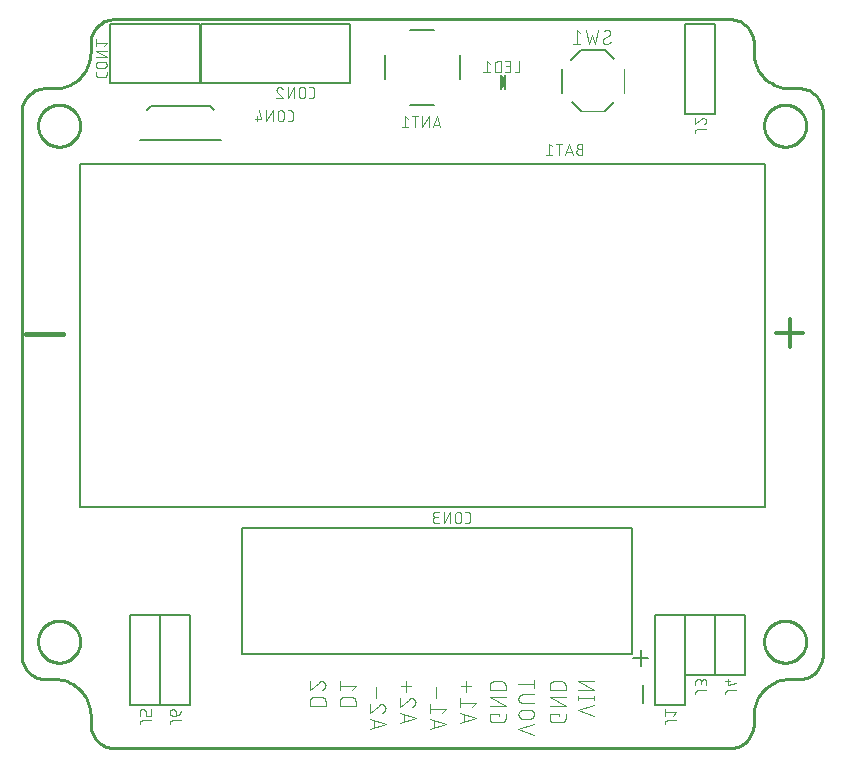
<source format=gbr>
G04 EAGLE Gerber RS-274X export*
G75*
%MOMM*%
%FSLAX34Y34*%
%LPD*%
%INSilkscreen Bottom*%
%IPPOS*%
%AMOC8*
5,1,8,0,0,1.08239X$1,22.5*%
G01*
%ADD10C,0.101600*%
%ADD11C,0.177800*%
%ADD12C,0.203200*%
%ADD13C,0.304800*%
%ADD14C,0.406400*%
%ADD15C,0.200000*%
%ADD16C,0.076200*%
%ADD17C,0.100000*%
%ADD18C,0.254000*%


D10*
X484632Y27661D02*
X471424Y32064D01*
X484632Y36467D01*
X484632Y42305D02*
X471424Y42305D01*
X471424Y40838D02*
X471424Y43773D01*
X484632Y43773D02*
X484632Y40838D01*
X484632Y49304D02*
X471424Y49304D01*
X471424Y56642D02*
X484632Y49304D01*
X484632Y56642D02*
X471424Y56642D01*
X454632Y29332D02*
X454632Y27131D01*
X454632Y29332D02*
X447294Y29332D01*
X447294Y24929D01*
X447296Y24822D01*
X447302Y24715D01*
X447312Y24608D01*
X447325Y24502D01*
X447343Y24396D01*
X447364Y24291D01*
X447389Y24187D01*
X447418Y24083D01*
X447451Y23981D01*
X447488Y23881D01*
X447528Y23781D01*
X447572Y23683D01*
X447619Y23587D01*
X447670Y23493D01*
X447724Y23400D01*
X447781Y23310D01*
X447842Y23221D01*
X447906Y23135D01*
X447973Y23052D01*
X448043Y22970D01*
X448116Y22892D01*
X448192Y22816D01*
X448270Y22743D01*
X448352Y22673D01*
X448435Y22606D01*
X448521Y22542D01*
X448610Y22481D01*
X448700Y22424D01*
X448793Y22370D01*
X448887Y22319D01*
X448983Y22272D01*
X449081Y22228D01*
X449181Y22188D01*
X449281Y22151D01*
X449383Y22118D01*
X449487Y22089D01*
X449591Y22064D01*
X449696Y22043D01*
X449802Y22025D01*
X449908Y22012D01*
X450015Y22002D01*
X450122Y21996D01*
X450229Y21994D01*
X457567Y21994D01*
X457674Y21996D01*
X457781Y22002D01*
X457888Y22012D01*
X457994Y22025D01*
X458100Y22043D01*
X458205Y22064D01*
X458309Y22089D01*
X458413Y22118D01*
X458515Y22151D01*
X458615Y22188D01*
X458715Y22228D01*
X458813Y22272D01*
X458909Y22319D01*
X459003Y22370D01*
X459096Y22424D01*
X459186Y22481D01*
X459275Y22542D01*
X459361Y22606D01*
X459444Y22673D01*
X459526Y22743D01*
X459604Y22816D01*
X459680Y22892D01*
X459753Y22970D01*
X459823Y23052D01*
X459890Y23135D01*
X459954Y23221D01*
X460015Y23310D01*
X460072Y23400D01*
X460126Y23493D01*
X460177Y23587D01*
X460224Y23683D01*
X460268Y23781D01*
X460308Y23881D01*
X460345Y23981D01*
X460378Y24083D01*
X460407Y24187D01*
X460432Y24291D01*
X460453Y24396D01*
X460471Y24502D01*
X460484Y24608D01*
X460494Y24715D01*
X460500Y24822D01*
X460502Y24929D01*
X460502Y29332D01*
X460502Y35649D02*
X447294Y35649D01*
X447294Y42987D02*
X460502Y35649D01*
X460502Y42987D02*
X447294Y42987D01*
X447294Y49304D02*
X460502Y49304D01*
X460502Y52973D01*
X460500Y53093D01*
X460494Y53213D01*
X460484Y53333D01*
X460471Y53452D01*
X460453Y53571D01*
X460432Y53689D01*
X460406Y53806D01*
X460377Y53923D01*
X460344Y54038D01*
X460307Y54152D01*
X460267Y54265D01*
X460223Y54377D01*
X460175Y54487D01*
X460124Y54596D01*
X460069Y54703D01*
X460010Y54808D01*
X459949Y54910D01*
X459884Y55011D01*
X459815Y55110D01*
X459744Y55207D01*
X459669Y55301D01*
X459592Y55392D01*
X459511Y55481D01*
X459427Y55567D01*
X459341Y55651D01*
X459252Y55732D01*
X459161Y55809D01*
X459067Y55884D01*
X458970Y55955D01*
X458871Y56024D01*
X458770Y56089D01*
X458668Y56150D01*
X458563Y56209D01*
X458456Y56264D01*
X458347Y56315D01*
X458237Y56363D01*
X458125Y56407D01*
X458012Y56447D01*
X457898Y56484D01*
X457783Y56517D01*
X457666Y56546D01*
X457549Y56572D01*
X457431Y56593D01*
X457312Y56611D01*
X457193Y56624D01*
X457073Y56634D01*
X456953Y56640D01*
X456833Y56642D01*
X450963Y56642D01*
X450843Y56640D01*
X450723Y56634D01*
X450603Y56624D01*
X450484Y56611D01*
X450365Y56593D01*
X450247Y56572D01*
X450130Y56546D01*
X450013Y56517D01*
X449898Y56484D01*
X449784Y56447D01*
X449671Y56407D01*
X449559Y56363D01*
X449449Y56315D01*
X449340Y56264D01*
X449233Y56209D01*
X449129Y56150D01*
X449026Y56089D01*
X448925Y56024D01*
X448826Y55955D01*
X448729Y55884D01*
X448635Y55809D01*
X448544Y55732D01*
X448455Y55651D01*
X448369Y55567D01*
X448285Y55481D01*
X448204Y55392D01*
X448127Y55301D01*
X448052Y55207D01*
X447981Y55110D01*
X447912Y55011D01*
X447847Y54910D01*
X447786Y54807D01*
X447727Y54703D01*
X447672Y54596D01*
X447621Y54487D01*
X447573Y54377D01*
X447529Y54265D01*
X447489Y54152D01*
X447452Y54038D01*
X447419Y53923D01*
X447390Y53806D01*
X447364Y53689D01*
X447343Y53571D01*
X447325Y53452D01*
X447312Y53333D01*
X447302Y53213D01*
X447296Y53093D01*
X447294Y52973D01*
X447294Y49304D01*
X433832Y11436D02*
X420624Y15838D01*
X433832Y20241D01*
X430163Y24971D02*
X424293Y24971D01*
X430163Y24971D02*
X430283Y24973D01*
X430403Y24979D01*
X430523Y24989D01*
X430642Y25002D01*
X430761Y25020D01*
X430879Y25041D01*
X430996Y25067D01*
X431113Y25096D01*
X431228Y25129D01*
X431342Y25166D01*
X431455Y25206D01*
X431567Y25250D01*
X431677Y25298D01*
X431786Y25349D01*
X431893Y25404D01*
X431998Y25463D01*
X432100Y25524D01*
X432201Y25589D01*
X432300Y25658D01*
X432397Y25729D01*
X432491Y25804D01*
X432582Y25881D01*
X432671Y25962D01*
X432757Y26046D01*
X432841Y26132D01*
X432922Y26221D01*
X432999Y26312D01*
X433074Y26406D01*
X433145Y26503D01*
X433214Y26602D01*
X433279Y26703D01*
X433340Y26806D01*
X433399Y26910D01*
X433454Y27017D01*
X433505Y27126D01*
X433553Y27236D01*
X433597Y27348D01*
X433637Y27461D01*
X433674Y27575D01*
X433707Y27690D01*
X433736Y27807D01*
X433762Y27924D01*
X433783Y28042D01*
X433801Y28161D01*
X433814Y28280D01*
X433824Y28400D01*
X433830Y28520D01*
X433832Y28640D01*
X433830Y28760D01*
X433824Y28880D01*
X433814Y29000D01*
X433801Y29119D01*
X433783Y29238D01*
X433762Y29356D01*
X433736Y29473D01*
X433707Y29590D01*
X433674Y29705D01*
X433637Y29819D01*
X433597Y29932D01*
X433553Y30044D01*
X433505Y30154D01*
X433454Y30263D01*
X433399Y30370D01*
X433340Y30475D01*
X433279Y30577D01*
X433214Y30678D01*
X433145Y30777D01*
X433074Y30874D01*
X432999Y30968D01*
X432922Y31059D01*
X432841Y31148D01*
X432757Y31234D01*
X432671Y31318D01*
X432582Y31399D01*
X432491Y31476D01*
X432397Y31551D01*
X432300Y31622D01*
X432201Y31691D01*
X432100Y31756D01*
X431997Y31817D01*
X431893Y31876D01*
X431786Y31931D01*
X431677Y31982D01*
X431567Y32030D01*
X431455Y32074D01*
X431342Y32114D01*
X431228Y32151D01*
X431113Y32184D01*
X430996Y32213D01*
X430879Y32239D01*
X430761Y32260D01*
X430642Y32278D01*
X430523Y32291D01*
X430403Y32301D01*
X430283Y32307D01*
X430163Y32309D01*
X424293Y32309D01*
X424173Y32307D01*
X424053Y32301D01*
X423933Y32291D01*
X423814Y32278D01*
X423695Y32260D01*
X423577Y32239D01*
X423460Y32213D01*
X423343Y32184D01*
X423228Y32151D01*
X423114Y32114D01*
X423001Y32074D01*
X422889Y32030D01*
X422779Y31982D01*
X422670Y31931D01*
X422563Y31876D01*
X422459Y31817D01*
X422356Y31756D01*
X422255Y31691D01*
X422156Y31622D01*
X422059Y31551D01*
X421965Y31476D01*
X421874Y31399D01*
X421785Y31318D01*
X421699Y31234D01*
X421615Y31148D01*
X421534Y31059D01*
X421457Y30968D01*
X421382Y30874D01*
X421311Y30777D01*
X421242Y30678D01*
X421177Y30577D01*
X421116Y30474D01*
X421057Y30370D01*
X421002Y30263D01*
X420951Y30154D01*
X420903Y30044D01*
X420859Y29932D01*
X420819Y29819D01*
X420782Y29705D01*
X420749Y29590D01*
X420720Y29473D01*
X420694Y29356D01*
X420673Y29238D01*
X420655Y29119D01*
X420642Y29000D01*
X420632Y28880D01*
X420626Y28760D01*
X420624Y28640D01*
X420626Y28520D01*
X420632Y28400D01*
X420642Y28280D01*
X420655Y28161D01*
X420673Y28042D01*
X420694Y27924D01*
X420720Y27807D01*
X420749Y27690D01*
X420782Y27575D01*
X420819Y27461D01*
X420859Y27348D01*
X420903Y27236D01*
X420951Y27126D01*
X421002Y27017D01*
X421057Y26910D01*
X421116Y26805D01*
X421177Y26703D01*
X421242Y26602D01*
X421311Y26503D01*
X421382Y26406D01*
X421457Y26312D01*
X421534Y26221D01*
X421615Y26132D01*
X421699Y26046D01*
X421785Y25962D01*
X421874Y25881D01*
X421965Y25804D01*
X422059Y25729D01*
X422156Y25658D01*
X422255Y25589D01*
X422356Y25524D01*
X422459Y25463D01*
X422563Y25404D01*
X422670Y25349D01*
X422779Y25298D01*
X422889Y25250D01*
X423001Y25206D01*
X423114Y25166D01*
X423228Y25129D01*
X423343Y25096D01*
X423460Y25067D01*
X423577Y25041D01*
X423695Y25020D01*
X423814Y25002D01*
X423933Y24989D01*
X424053Y24979D01*
X424173Y24973D01*
X424293Y24971D01*
X424293Y38199D02*
X433832Y38199D01*
X424293Y38199D02*
X424173Y38201D01*
X424053Y38207D01*
X423933Y38217D01*
X423814Y38230D01*
X423695Y38248D01*
X423577Y38269D01*
X423460Y38295D01*
X423343Y38324D01*
X423228Y38357D01*
X423114Y38394D01*
X423001Y38434D01*
X422889Y38478D01*
X422779Y38526D01*
X422670Y38577D01*
X422563Y38632D01*
X422459Y38691D01*
X422356Y38752D01*
X422255Y38817D01*
X422156Y38886D01*
X422059Y38957D01*
X421965Y39032D01*
X421874Y39109D01*
X421785Y39190D01*
X421699Y39274D01*
X421615Y39360D01*
X421534Y39449D01*
X421457Y39540D01*
X421382Y39634D01*
X421311Y39731D01*
X421242Y39830D01*
X421177Y39931D01*
X421116Y40033D01*
X421057Y40138D01*
X421002Y40245D01*
X420951Y40354D01*
X420903Y40464D01*
X420859Y40576D01*
X420819Y40689D01*
X420782Y40803D01*
X420749Y40918D01*
X420720Y41035D01*
X420694Y41152D01*
X420673Y41270D01*
X420655Y41389D01*
X420642Y41508D01*
X420632Y41628D01*
X420626Y41748D01*
X420624Y41868D01*
X420626Y41988D01*
X420632Y42108D01*
X420642Y42228D01*
X420655Y42347D01*
X420673Y42466D01*
X420694Y42584D01*
X420720Y42701D01*
X420749Y42818D01*
X420782Y42933D01*
X420819Y43047D01*
X420859Y43160D01*
X420903Y43272D01*
X420951Y43382D01*
X421002Y43491D01*
X421057Y43598D01*
X421116Y43702D01*
X421177Y43805D01*
X421242Y43906D01*
X421311Y44005D01*
X421382Y44102D01*
X421457Y44196D01*
X421534Y44287D01*
X421615Y44376D01*
X421699Y44462D01*
X421785Y44546D01*
X421874Y44627D01*
X421965Y44704D01*
X422059Y44779D01*
X422156Y44850D01*
X422255Y44919D01*
X422356Y44984D01*
X422459Y45045D01*
X422563Y45104D01*
X422670Y45159D01*
X422779Y45210D01*
X422889Y45258D01*
X423001Y45302D01*
X423114Y45342D01*
X423228Y45379D01*
X423343Y45412D01*
X423460Y45441D01*
X423577Y45467D01*
X423695Y45488D01*
X423814Y45506D01*
X423933Y45519D01*
X424053Y45529D01*
X424173Y45535D01*
X424293Y45537D01*
X433832Y45537D01*
X433832Y54243D02*
X420624Y54243D01*
X433832Y50574D02*
X433832Y57912D01*
X384302Y25783D02*
X371094Y21380D01*
X371094Y30185D02*
X384302Y25783D01*
X374396Y29085D02*
X374396Y22481D01*
X381367Y34915D02*
X384302Y38584D01*
X371094Y38584D01*
X371094Y34915D02*
X371094Y42253D01*
X376230Y47837D02*
X376230Y56642D01*
X371828Y52239D02*
X380633Y52239D01*
X403832Y29332D02*
X403832Y27131D01*
X403832Y29332D02*
X396494Y29332D01*
X396494Y24929D01*
X396496Y24822D01*
X396502Y24715D01*
X396512Y24608D01*
X396525Y24502D01*
X396543Y24396D01*
X396564Y24291D01*
X396589Y24187D01*
X396618Y24083D01*
X396651Y23981D01*
X396688Y23881D01*
X396728Y23781D01*
X396772Y23683D01*
X396819Y23587D01*
X396870Y23493D01*
X396924Y23400D01*
X396981Y23310D01*
X397042Y23221D01*
X397106Y23135D01*
X397173Y23052D01*
X397243Y22970D01*
X397316Y22892D01*
X397392Y22816D01*
X397470Y22743D01*
X397552Y22673D01*
X397635Y22606D01*
X397721Y22542D01*
X397810Y22481D01*
X397900Y22424D01*
X397993Y22370D01*
X398087Y22319D01*
X398183Y22272D01*
X398281Y22228D01*
X398381Y22188D01*
X398481Y22151D01*
X398583Y22118D01*
X398687Y22089D01*
X398791Y22064D01*
X398896Y22043D01*
X399002Y22025D01*
X399108Y22012D01*
X399215Y22002D01*
X399322Y21996D01*
X399429Y21994D01*
X406767Y21994D01*
X406874Y21996D01*
X406981Y22002D01*
X407088Y22012D01*
X407194Y22025D01*
X407300Y22043D01*
X407405Y22064D01*
X407509Y22089D01*
X407613Y22118D01*
X407715Y22151D01*
X407815Y22188D01*
X407915Y22228D01*
X408013Y22272D01*
X408109Y22319D01*
X408203Y22370D01*
X408296Y22424D01*
X408386Y22481D01*
X408475Y22542D01*
X408561Y22606D01*
X408644Y22673D01*
X408726Y22743D01*
X408804Y22816D01*
X408880Y22892D01*
X408953Y22970D01*
X409023Y23052D01*
X409090Y23135D01*
X409154Y23221D01*
X409215Y23310D01*
X409272Y23400D01*
X409326Y23493D01*
X409377Y23587D01*
X409424Y23683D01*
X409468Y23781D01*
X409508Y23881D01*
X409545Y23981D01*
X409578Y24083D01*
X409607Y24187D01*
X409632Y24291D01*
X409653Y24396D01*
X409671Y24502D01*
X409684Y24608D01*
X409694Y24715D01*
X409700Y24822D01*
X409702Y24929D01*
X409702Y29332D01*
X409702Y35649D02*
X396494Y35649D01*
X396494Y42987D02*
X409702Y35649D01*
X409702Y42987D02*
X396494Y42987D01*
X396494Y49304D02*
X409702Y49304D01*
X409702Y52973D01*
X409700Y53093D01*
X409694Y53213D01*
X409684Y53333D01*
X409671Y53452D01*
X409653Y53571D01*
X409632Y53689D01*
X409606Y53806D01*
X409577Y53923D01*
X409544Y54038D01*
X409507Y54152D01*
X409467Y54265D01*
X409423Y54377D01*
X409375Y54487D01*
X409324Y54596D01*
X409269Y54703D01*
X409210Y54808D01*
X409149Y54910D01*
X409084Y55011D01*
X409015Y55110D01*
X408944Y55207D01*
X408869Y55301D01*
X408792Y55392D01*
X408711Y55481D01*
X408627Y55567D01*
X408541Y55651D01*
X408452Y55732D01*
X408361Y55809D01*
X408267Y55884D01*
X408170Y55955D01*
X408071Y56024D01*
X407970Y56089D01*
X407868Y56150D01*
X407763Y56209D01*
X407656Y56264D01*
X407547Y56315D01*
X407437Y56363D01*
X407325Y56407D01*
X407212Y56447D01*
X407098Y56484D01*
X406983Y56517D01*
X406866Y56546D01*
X406749Y56572D01*
X406631Y56593D01*
X406512Y56611D01*
X406393Y56624D01*
X406273Y56634D01*
X406153Y56640D01*
X406033Y56642D01*
X400163Y56642D01*
X400043Y56640D01*
X399923Y56634D01*
X399803Y56624D01*
X399684Y56611D01*
X399565Y56593D01*
X399447Y56572D01*
X399330Y56546D01*
X399213Y56517D01*
X399098Y56484D01*
X398984Y56447D01*
X398871Y56407D01*
X398759Y56363D01*
X398649Y56315D01*
X398540Y56264D01*
X398433Y56209D01*
X398329Y56150D01*
X398226Y56089D01*
X398125Y56024D01*
X398026Y55955D01*
X397929Y55884D01*
X397835Y55809D01*
X397744Y55732D01*
X397655Y55651D01*
X397569Y55567D01*
X397485Y55481D01*
X397404Y55392D01*
X397327Y55301D01*
X397252Y55207D01*
X397181Y55110D01*
X397112Y55011D01*
X397047Y54910D01*
X396986Y54807D01*
X396927Y54703D01*
X396872Y54596D01*
X396821Y54487D01*
X396773Y54377D01*
X396729Y54265D01*
X396689Y54152D01*
X396652Y54038D01*
X396619Y53923D01*
X396590Y53806D01*
X396564Y53689D01*
X396543Y53571D01*
X396525Y53452D01*
X396512Y53333D01*
X396502Y53213D01*
X396496Y53093D01*
X396494Y52973D01*
X396494Y49304D01*
X358902Y20703D02*
X345694Y16300D01*
X345694Y25105D02*
X358902Y20703D01*
X348996Y24005D02*
X348996Y17401D01*
X355967Y29835D02*
X358902Y33504D01*
X345694Y33504D01*
X345694Y29835D02*
X345694Y37173D01*
X350830Y42757D02*
X350830Y51562D01*
X333502Y25783D02*
X320294Y21380D01*
X320294Y30185D02*
X333502Y25783D01*
X323596Y29085D02*
X323596Y22481D01*
X333502Y38951D02*
X333500Y39064D01*
X333494Y39176D01*
X333485Y39289D01*
X333471Y39401D01*
X333454Y39512D01*
X333433Y39623D01*
X333408Y39733D01*
X333380Y39842D01*
X333347Y39950D01*
X333311Y40057D01*
X333272Y40162D01*
X333229Y40267D01*
X333182Y40369D01*
X333132Y40470D01*
X333078Y40569D01*
X333021Y40667D01*
X332961Y40762D01*
X332898Y40855D01*
X332831Y40946D01*
X332761Y41035D01*
X332689Y41121D01*
X332613Y41205D01*
X332535Y41286D01*
X332454Y41364D01*
X332370Y41440D01*
X332284Y41512D01*
X332195Y41582D01*
X332104Y41649D01*
X332011Y41712D01*
X331916Y41772D01*
X331818Y41829D01*
X331719Y41883D01*
X331618Y41933D01*
X331516Y41980D01*
X331411Y42023D01*
X331306Y42062D01*
X331199Y42098D01*
X331091Y42131D01*
X330982Y42159D01*
X330872Y42184D01*
X330761Y42205D01*
X330650Y42222D01*
X330538Y42236D01*
X330425Y42245D01*
X330313Y42251D01*
X330200Y42253D01*
X333502Y38951D02*
X333500Y38824D01*
X333494Y38697D01*
X333485Y38570D01*
X333472Y38444D01*
X333455Y38318D01*
X333434Y38193D01*
X333409Y38068D01*
X333381Y37945D01*
X333349Y37822D01*
X333313Y37700D01*
X333274Y37579D01*
X333231Y37459D01*
X333185Y37341D01*
X333135Y37224D01*
X333081Y37109D01*
X333024Y36996D01*
X332964Y36884D01*
X332901Y36774D01*
X332834Y36666D01*
X332764Y36560D01*
X332691Y36456D01*
X332614Y36354D01*
X332535Y36255D01*
X332453Y36158D01*
X332368Y36064D01*
X332280Y35972D01*
X332190Y35883D01*
X332096Y35797D01*
X332001Y35713D01*
X331903Y35633D01*
X331802Y35555D01*
X331699Y35480D01*
X331594Y35409D01*
X331487Y35341D01*
X331378Y35276D01*
X331267Y35214D01*
X331154Y35155D01*
X331040Y35100D01*
X330924Y35049D01*
X330806Y35001D01*
X330687Y34956D01*
X330567Y34915D01*
X327632Y41153D02*
X327712Y41235D01*
X327795Y41314D01*
X327881Y41391D01*
X327969Y41465D01*
X328060Y41535D01*
X328152Y41603D01*
X328247Y41668D01*
X328344Y41730D01*
X328443Y41788D01*
X328544Y41844D01*
X328646Y41896D01*
X328750Y41944D01*
X328856Y41989D01*
X328963Y42031D01*
X329071Y42070D01*
X329181Y42104D01*
X329291Y42136D01*
X329403Y42163D01*
X329515Y42187D01*
X329628Y42208D01*
X329742Y42224D01*
X329856Y42237D01*
X329970Y42247D01*
X330085Y42252D01*
X330200Y42254D01*
X327632Y41153D02*
X320294Y34915D01*
X320294Y42253D01*
X325430Y47837D02*
X325430Y56642D01*
X321028Y52239D02*
X329833Y52239D01*
X308102Y20703D02*
X294894Y16300D01*
X294894Y25105D02*
X308102Y20703D01*
X298196Y24005D02*
X298196Y17401D01*
X308102Y33871D02*
X308100Y33984D01*
X308094Y34096D01*
X308085Y34209D01*
X308071Y34321D01*
X308054Y34432D01*
X308033Y34543D01*
X308008Y34653D01*
X307980Y34762D01*
X307947Y34870D01*
X307911Y34977D01*
X307872Y35082D01*
X307829Y35187D01*
X307782Y35289D01*
X307732Y35390D01*
X307678Y35489D01*
X307621Y35587D01*
X307561Y35682D01*
X307498Y35775D01*
X307431Y35866D01*
X307361Y35955D01*
X307289Y36041D01*
X307213Y36125D01*
X307135Y36206D01*
X307054Y36284D01*
X306970Y36360D01*
X306884Y36432D01*
X306795Y36502D01*
X306704Y36569D01*
X306611Y36632D01*
X306516Y36692D01*
X306418Y36749D01*
X306319Y36803D01*
X306218Y36853D01*
X306116Y36900D01*
X306011Y36943D01*
X305906Y36982D01*
X305799Y37018D01*
X305691Y37051D01*
X305582Y37079D01*
X305472Y37104D01*
X305361Y37125D01*
X305250Y37142D01*
X305138Y37156D01*
X305025Y37165D01*
X304913Y37171D01*
X304800Y37173D01*
X308102Y33871D02*
X308100Y33744D01*
X308094Y33617D01*
X308085Y33490D01*
X308072Y33364D01*
X308055Y33238D01*
X308034Y33113D01*
X308009Y32988D01*
X307981Y32865D01*
X307949Y32742D01*
X307913Y32620D01*
X307874Y32499D01*
X307831Y32379D01*
X307785Y32261D01*
X307735Y32144D01*
X307681Y32029D01*
X307624Y31916D01*
X307564Y31804D01*
X307501Y31694D01*
X307434Y31586D01*
X307364Y31480D01*
X307291Y31376D01*
X307214Y31274D01*
X307135Y31175D01*
X307053Y31078D01*
X306968Y30984D01*
X306880Y30892D01*
X306790Y30803D01*
X306696Y30717D01*
X306601Y30633D01*
X306503Y30553D01*
X306402Y30475D01*
X306299Y30400D01*
X306194Y30329D01*
X306087Y30261D01*
X305978Y30196D01*
X305867Y30134D01*
X305754Y30075D01*
X305640Y30020D01*
X305524Y29969D01*
X305406Y29921D01*
X305287Y29876D01*
X305167Y29835D01*
X302232Y36073D02*
X302312Y36155D01*
X302395Y36234D01*
X302481Y36311D01*
X302569Y36385D01*
X302660Y36455D01*
X302752Y36523D01*
X302847Y36588D01*
X302944Y36650D01*
X303043Y36708D01*
X303144Y36764D01*
X303246Y36816D01*
X303350Y36864D01*
X303456Y36909D01*
X303563Y36951D01*
X303671Y36990D01*
X303781Y37024D01*
X303891Y37056D01*
X304003Y37083D01*
X304115Y37107D01*
X304228Y37128D01*
X304342Y37144D01*
X304456Y37157D01*
X304570Y37167D01*
X304685Y37172D01*
X304800Y37174D01*
X302232Y36073D02*
X294894Y29835D01*
X294894Y37173D01*
X300030Y42757D02*
X300030Y51562D01*
X282702Y36076D02*
X269494Y36076D01*
X282702Y36076D02*
X282702Y39745D01*
X282700Y39865D01*
X282694Y39985D01*
X282684Y40105D01*
X282671Y40224D01*
X282653Y40343D01*
X282632Y40461D01*
X282606Y40578D01*
X282577Y40695D01*
X282544Y40810D01*
X282507Y40924D01*
X282467Y41037D01*
X282423Y41149D01*
X282375Y41259D01*
X282324Y41368D01*
X282269Y41475D01*
X282210Y41580D01*
X282149Y41682D01*
X282084Y41783D01*
X282015Y41882D01*
X281944Y41979D01*
X281869Y42073D01*
X281792Y42164D01*
X281711Y42253D01*
X281627Y42339D01*
X281541Y42423D01*
X281452Y42504D01*
X281361Y42581D01*
X281267Y42656D01*
X281170Y42727D01*
X281071Y42796D01*
X280970Y42861D01*
X280868Y42922D01*
X280763Y42981D01*
X280656Y43036D01*
X280547Y43087D01*
X280437Y43135D01*
X280325Y43179D01*
X280212Y43219D01*
X280098Y43256D01*
X279983Y43289D01*
X279866Y43318D01*
X279749Y43344D01*
X279631Y43365D01*
X279512Y43383D01*
X279393Y43396D01*
X279273Y43406D01*
X279153Y43412D01*
X279033Y43414D01*
X273163Y43414D01*
X273043Y43412D01*
X272923Y43406D01*
X272803Y43396D01*
X272684Y43383D01*
X272565Y43365D01*
X272447Y43344D01*
X272330Y43318D01*
X272213Y43289D01*
X272098Y43256D01*
X271984Y43219D01*
X271871Y43179D01*
X271759Y43135D01*
X271649Y43087D01*
X271540Y43036D01*
X271433Y42981D01*
X271329Y42922D01*
X271226Y42861D01*
X271125Y42796D01*
X271026Y42727D01*
X270929Y42656D01*
X270835Y42581D01*
X270744Y42504D01*
X270655Y42423D01*
X270569Y42339D01*
X270485Y42253D01*
X270404Y42164D01*
X270327Y42073D01*
X270252Y41979D01*
X270181Y41882D01*
X270112Y41783D01*
X270047Y41682D01*
X269986Y41579D01*
X269927Y41475D01*
X269872Y41368D01*
X269821Y41259D01*
X269773Y41149D01*
X269729Y41037D01*
X269689Y40924D01*
X269652Y40810D01*
X269619Y40695D01*
X269590Y40578D01*
X269564Y40461D01*
X269543Y40343D01*
X269525Y40224D01*
X269512Y40105D01*
X269502Y39985D01*
X269496Y39865D01*
X269494Y39745D01*
X269494Y36076D01*
X279767Y49304D02*
X282702Y52973D01*
X269494Y52973D01*
X269494Y49304D02*
X269494Y56642D01*
X257302Y36076D02*
X244094Y36076D01*
X257302Y36076D02*
X257302Y39745D01*
X257300Y39865D01*
X257294Y39985D01*
X257284Y40105D01*
X257271Y40224D01*
X257253Y40343D01*
X257232Y40461D01*
X257206Y40578D01*
X257177Y40695D01*
X257144Y40810D01*
X257107Y40924D01*
X257067Y41037D01*
X257023Y41149D01*
X256975Y41259D01*
X256924Y41368D01*
X256869Y41475D01*
X256810Y41580D01*
X256749Y41682D01*
X256684Y41783D01*
X256615Y41882D01*
X256544Y41979D01*
X256469Y42073D01*
X256392Y42164D01*
X256311Y42253D01*
X256227Y42339D01*
X256141Y42423D01*
X256052Y42504D01*
X255961Y42581D01*
X255867Y42656D01*
X255770Y42727D01*
X255671Y42796D01*
X255570Y42861D01*
X255468Y42922D01*
X255363Y42981D01*
X255256Y43036D01*
X255147Y43087D01*
X255037Y43135D01*
X254925Y43179D01*
X254812Y43219D01*
X254698Y43256D01*
X254583Y43289D01*
X254466Y43318D01*
X254349Y43344D01*
X254231Y43365D01*
X254112Y43383D01*
X253993Y43396D01*
X253873Y43406D01*
X253753Y43412D01*
X253633Y43414D01*
X247763Y43414D01*
X247643Y43412D01*
X247523Y43406D01*
X247403Y43396D01*
X247284Y43383D01*
X247165Y43365D01*
X247047Y43344D01*
X246930Y43318D01*
X246813Y43289D01*
X246698Y43256D01*
X246584Y43219D01*
X246471Y43179D01*
X246359Y43135D01*
X246249Y43087D01*
X246140Y43036D01*
X246033Y42981D01*
X245929Y42922D01*
X245826Y42861D01*
X245725Y42796D01*
X245626Y42727D01*
X245529Y42656D01*
X245435Y42581D01*
X245344Y42504D01*
X245255Y42423D01*
X245169Y42339D01*
X245085Y42253D01*
X245004Y42164D01*
X244927Y42073D01*
X244852Y41979D01*
X244781Y41882D01*
X244712Y41783D01*
X244647Y41682D01*
X244586Y41579D01*
X244527Y41475D01*
X244472Y41368D01*
X244421Y41259D01*
X244373Y41149D01*
X244329Y41037D01*
X244289Y40924D01*
X244252Y40810D01*
X244219Y40695D01*
X244190Y40578D01*
X244164Y40461D01*
X244143Y40343D01*
X244125Y40224D01*
X244112Y40105D01*
X244102Y39985D01*
X244096Y39865D01*
X244094Y39745D01*
X244094Y36076D01*
X257302Y53340D02*
X257300Y53453D01*
X257294Y53565D01*
X257285Y53678D01*
X257271Y53790D01*
X257254Y53901D01*
X257233Y54012D01*
X257208Y54122D01*
X257180Y54231D01*
X257147Y54339D01*
X257111Y54446D01*
X257072Y54551D01*
X257029Y54656D01*
X256982Y54758D01*
X256932Y54859D01*
X256878Y54958D01*
X256821Y55056D01*
X256761Y55151D01*
X256698Y55244D01*
X256631Y55335D01*
X256561Y55424D01*
X256489Y55510D01*
X256413Y55594D01*
X256335Y55675D01*
X256254Y55753D01*
X256170Y55829D01*
X256084Y55901D01*
X255995Y55971D01*
X255904Y56038D01*
X255811Y56101D01*
X255716Y56161D01*
X255618Y56218D01*
X255519Y56272D01*
X255418Y56322D01*
X255316Y56369D01*
X255211Y56412D01*
X255106Y56451D01*
X254999Y56487D01*
X254891Y56520D01*
X254782Y56548D01*
X254672Y56573D01*
X254561Y56594D01*
X254450Y56611D01*
X254338Y56625D01*
X254225Y56634D01*
X254113Y56640D01*
X254000Y56642D01*
X257302Y53340D02*
X257300Y53213D01*
X257294Y53086D01*
X257285Y52959D01*
X257272Y52833D01*
X257255Y52707D01*
X257234Y52582D01*
X257209Y52457D01*
X257181Y52334D01*
X257149Y52211D01*
X257113Y52089D01*
X257074Y51968D01*
X257031Y51848D01*
X256985Y51730D01*
X256935Y51613D01*
X256881Y51498D01*
X256824Y51385D01*
X256764Y51273D01*
X256701Y51163D01*
X256634Y51055D01*
X256564Y50949D01*
X256491Y50845D01*
X256414Y50743D01*
X256335Y50644D01*
X256253Y50547D01*
X256168Y50453D01*
X256080Y50361D01*
X255990Y50272D01*
X255896Y50186D01*
X255801Y50102D01*
X255703Y50022D01*
X255602Y49944D01*
X255499Y49869D01*
X255394Y49798D01*
X255287Y49730D01*
X255178Y49665D01*
X255067Y49603D01*
X254954Y49544D01*
X254840Y49489D01*
X254724Y49438D01*
X254606Y49390D01*
X254487Y49345D01*
X254367Y49304D01*
X251432Y55541D02*
X251512Y55623D01*
X251595Y55702D01*
X251681Y55779D01*
X251769Y55853D01*
X251860Y55923D01*
X251952Y55991D01*
X252047Y56056D01*
X252144Y56118D01*
X252243Y56176D01*
X252344Y56232D01*
X252446Y56284D01*
X252550Y56332D01*
X252656Y56377D01*
X252763Y56419D01*
X252871Y56458D01*
X252981Y56492D01*
X253091Y56524D01*
X253203Y56551D01*
X253315Y56575D01*
X253428Y56596D01*
X253542Y56612D01*
X253656Y56625D01*
X253770Y56635D01*
X253885Y56640D01*
X254000Y56642D01*
X251432Y55541D02*
X244094Y49304D01*
X244094Y56642D01*
D11*
X524058Y69554D02*
X524058Y82931D01*
X517370Y76242D02*
X530747Y76242D01*
D12*
X525724Y53594D02*
X525724Y38015D01*
D13*
X650155Y339598D02*
X650155Y362966D01*
X638471Y351282D02*
X661839Y351282D01*
D14*
X34798Y350407D02*
X3641Y350407D01*
D15*
X370840Y566580D02*
X370840Y586580D01*
X349090Y608330D02*
X329090Y608330D01*
X329090Y544830D02*
X349090Y544830D01*
X307340Y566580D02*
X307340Y586580D01*
D16*
X351400Y534939D02*
X354533Y525541D01*
X348267Y525541D02*
X351400Y534939D01*
X349051Y527891D02*
X353750Y527891D01*
X344562Y525541D02*
X344562Y534939D01*
X339341Y525541D01*
X339341Y534939D01*
X333112Y534939D02*
X333112Y525541D01*
X335723Y534939D02*
X330502Y534939D01*
X327188Y532851D02*
X324578Y534939D01*
X324578Y525541D01*
X327188Y525541D02*
X321967Y525541D01*
D15*
X150930Y562810D02*
X150930Y613310D01*
X74430Y613310D01*
X74430Y562810D01*
X150930Y562810D01*
D16*
X62611Y570406D02*
X62611Y572495D01*
X62611Y570406D02*
X62613Y570317D01*
X62619Y570229D01*
X62628Y570141D01*
X62641Y570053D01*
X62658Y569966D01*
X62678Y569880D01*
X62703Y569795D01*
X62730Y569710D01*
X62762Y569627D01*
X62796Y569546D01*
X62835Y569466D01*
X62876Y569388D01*
X62921Y569311D01*
X62969Y569237D01*
X63020Y569164D01*
X63074Y569094D01*
X63132Y569027D01*
X63192Y568961D01*
X63254Y568899D01*
X63320Y568839D01*
X63387Y568781D01*
X63457Y568727D01*
X63530Y568676D01*
X63604Y568628D01*
X63681Y568583D01*
X63759Y568542D01*
X63839Y568503D01*
X63920Y568469D01*
X64003Y568437D01*
X64088Y568410D01*
X64173Y568385D01*
X64259Y568365D01*
X64346Y568348D01*
X64434Y568335D01*
X64522Y568326D01*
X64610Y568320D01*
X64699Y568318D01*
X69921Y568318D01*
X70012Y568320D01*
X70103Y568326D01*
X70194Y568336D01*
X70284Y568350D01*
X70373Y568367D01*
X70461Y568389D01*
X70549Y568415D01*
X70635Y568444D01*
X70720Y568477D01*
X70803Y568514D01*
X70885Y568554D01*
X70965Y568598D01*
X71043Y568645D01*
X71119Y568696D01*
X71192Y568749D01*
X71263Y568806D01*
X71332Y568867D01*
X71397Y568930D01*
X71460Y568995D01*
X71520Y569064D01*
X71578Y569135D01*
X71631Y569208D01*
X71682Y569284D01*
X71729Y569362D01*
X71773Y569442D01*
X71813Y569524D01*
X71850Y569607D01*
X71883Y569692D01*
X71912Y569778D01*
X71938Y569866D01*
X71960Y569954D01*
X71977Y570043D01*
X71991Y570133D01*
X72001Y570224D01*
X72007Y570315D01*
X72009Y570406D01*
X72009Y572495D01*
X69398Y575964D02*
X65222Y575964D01*
X69398Y575963D02*
X69499Y575965D01*
X69600Y575971D01*
X69701Y575981D01*
X69801Y575994D01*
X69901Y576012D01*
X70000Y576033D01*
X70098Y576059D01*
X70195Y576088D01*
X70291Y576120D01*
X70385Y576157D01*
X70478Y576197D01*
X70570Y576241D01*
X70659Y576288D01*
X70747Y576339D01*
X70833Y576393D01*
X70916Y576450D01*
X70998Y576510D01*
X71076Y576574D01*
X71153Y576640D01*
X71226Y576710D01*
X71297Y576782D01*
X71365Y576857D01*
X71430Y576935D01*
X71492Y577015D01*
X71551Y577097D01*
X71607Y577182D01*
X71659Y577269D01*
X71708Y577357D01*
X71754Y577448D01*
X71795Y577540D01*
X71834Y577634D01*
X71868Y577729D01*
X71899Y577825D01*
X71926Y577923D01*
X71950Y578021D01*
X71969Y578121D01*
X71985Y578221D01*
X71997Y578321D01*
X72005Y578422D01*
X72009Y578523D01*
X72009Y578625D01*
X72005Y578726D01*
X71997Y578827D01*
X71985Y578927D01*
X71969Y579027D01*
X71950Y579127D01*
X71926Y579225D01*
X71899Y579323D01*
X71868Y579419D01*
X71834Y579514D01*
X71795Y579608D01*
X71754Y579700D01*
X71708Y579791D01*
X71659Y579880D01*
X71607Y579966D01*
X71551Y580051D01*
X71492Y580133D01*
X71430Y580213D01*
X71365Y580291D01*
X71297Y580366D01*
X71226Y580438D01*
X71153Y580508D01*
X71076Y580574D01*
X70998Y580638D01*
X70916Y580698D01*
X70833Y580755D01*
X70747Y580809D01*
X70659Y580860D01*
X70570Y580907D01*
X70478Y580951D01*
X70385Y580991D01*
X70291Y581028D01*
X70195Y581060D01*
X70098Y581089D01*
X70000Y581115D01*
X69901Y581136D01*
X69801Y581154D01*
X69701Y581167D01*
X69600Y581177D01*
X69499Y581183D01*
X69398Y581185D01*
X65222Y581185D01*
X65121Y581183D01*
X65020Y581177D01*
X64919Y581167D01*
X64819Y581154D01*
X64719Y581136D01*
X64620Y581115D01*
X64522Y581089D01*
X64425Y581060D01*
X64329Y581028D01*
X64235Y580991D01*
X64142Y580951D01*
X64050Y580907D01*
X63961Y580860D01*
X63873Y580809D01*
X63787Y580755D01*
X63704Y580698D01*
X63622Y580638D01*
X63544Y580574D01*
X63467Y580508D01*
X63394Y580438D01*
X63323Y580366D01*
X63255Y580291D01*
X63190Y580213D01*
X63128Y580133D01*
X63069Y580051D01*
X63013Y579966D01*
X62961Y579880D01*
X62912Y579791D01*
X62866Y579700D01*
X62825Y579608D01*
X62786Y579514D01*
X62752Y579419D01*
X62721Y579323D01*
X62694Y579225D01*
X62670Y579127D01*
X62651Y579027D01*
X62635Y578927D01*
X62623Y578827D01*
X62615Y578726D01*
X62611Y578625D01*
X62611Y578523D01*
X62615Y578422D01*
X62623Y578321D01*
X62635Y578221D01*
X62651Y578121D01*
X62670Y578021D01*
X62694Y577923D01*
X62721Y577825D01*
X62752Y577729D01*
X62786Y577634D01*
X62825Y577540D01*
X62866Y577448D01*
X62912Y577357D01*
X62961Y577269D01*
X63013Y577182D01*
X63069Y577097D01*
X63128Y577015D01*
X63190Y576935D01*
X63255Y576857D01*
X63323Y576782D01*
X63394Y576710D01*
X63467Y576640D01*
X63544Y576574D01*
X63622Y576510D01*
X63704Y576450D01*
X63787Y576393D01*
X63873Y576339D01*
X63961Y576288D01*
X64050Y576241D01*
X64142Y576197D01*
X64235Y576157D01*
X64329Y576120D01*
X64425Y576088D01*
X64522Y576059D01*
X64620Y576033D01*
X64719Y576012D01*
X64819Y575994D01*
X64919Y575981D01*
X65020Y575971D01*
X65121Y575965D01*
X65222Y575963D01*
X62611Y585412D02*
X72009Y585412D01*
X62611Y590633D01*
X72009Y590633D01*
X69921Y594861D02*
X72009Y597472D01*
X62611Y597472D01*
X62611Y600082D02*
X62611Y594861D01*
D15*
X151530Y562810D02*
X277930Y562810D01*
X151530Y562810D02*
X151530Y613310D01*
X277930Y613310D01*
X277930Y562810D01*
D16*
X245481Y550421D02*
X243392Y550421D01*
X245481Y550421D02*
X245570Y550423D01*
X245658Y550429D01*
X245746Y550438D01*
X245834Y550451D01*
X245921Y550468D01*
X246007Y550488D01*
X246092Y550513D01*
X246177Y550540D01*
X246260Y550572D01*
X246341Y550606D01*
X246421Y550645D01*
X246499Y550686D01*
X246576Y550731D01*
X246650Y550779D01*
X246723Y550830D01*
X246793Y550884D01*
X246860Y550942D01*
X246926Y551002D01*
X246988Y551064D01*
X247048Y551130D01*
X247106Y551197D01*
X247160Y551267D01*
X247211Y551340D01*
X247259Y551414D01*
X247304Y551491D01*
X247345Y551569D01*
X247384Y551649D01*
X247418Y551730D01*
X247450Y551813D01*
X247477Y551898D01*
X247502Y551983D01*
X247522Y552069D01*
X247539Y552156D01*
X247552Y552244D01*
X247561Y552332D01*
X247567Y552420D01*
X247569Y552509D01*
X247569Y557731D01*
X247567Y557820D01*
X247561Y557908D01*
X247552Y557996D01*
X247539Y558084D01*
X247522Y558171D01*
X247502Y558257D01*
X247477Y558342D01*
X247450Y558427D01*
X247418Y558510D01*
X247384Y558591D01*
X247345Y558671D01*
X247304Y558749D01*
X247259Y558826D01*
X247211Y558900D01*
X247160Y558973D01*
X247106Y559043D01*
X247048Y559110D01*
X246988Y559176D01*
X246926Y559238D01*
X246860Y559298D01*
X246793Y559356D01*
X246723Y559410D01*
X246650Y559461D01*
X246576Y559509D01*
X246499Y559554D01*
X246421Y559595D01*
X246341Y559634D01*
X246260Y559668D01*
X246177Y559700D01*
X246092Y559727D01*
X246007Y559752D01*
X245921Y559772D01*
X245834Y559789D01*
X245746Y559802D01*
X245658Y559811D01*
X245570Y559817D01*
X245481Y559819D01*
X243392Y559819D01*
X239923Y557208D02*
X239923Y553032D01*
X239924Y557208D02*
X239922Y557309D01*
X239916Y557410D01*
X239906Y557511D01*
X239893Y557611D01*
X239875Y557711D01*
X239854Y557810D01*
X239828Y557908D01*
X239799Y558005D01*
X239767Y558101D01*
X239730Y558195D01*
X239690Y558288D01*
X239646Y558380D01*
X239599Y558469D01*
X239548Y558557D01*
X239494Y558643D01*
X239437Y558726D01*
X239377Y558808D01*
X239313Y558886D01*
X239247Y558963D01*
X239177Y559036D01*
X239105Y559107D01*
X239030Y559175D01*
X238952Y559240D01*
X238872Y559302D01*
X238790Y559361D01*
X238705Y559417D01*
X238619Y559469D01*
X238530Y559518D01*
X238439Y559564D01*
X238347Y559605D01*
X238253Y559644D01*
X238158Y559678D01*
X238062Y559709D01*
X237964Y559736D01*
X237866Y559760D01*
X237766Y559779D01*
X237666Y559795D01*
X237566Y559807D01*
X237465Y559815D01*
X237364Y559819D01*
X237262Y559819D01*
X237161Y559815D01*
X237060Y559807D01*
X236960Y559795D01*
X236860Y559779D01*
X236760Y559760D01*
X236662Y559736D01*
X236564Y559709D01*
X236468Y559678D01*
X236373Y559644D01*
X236279Y559605D01*
X236187Y559564D01*
X236096Y559518D01*
X236008Y559469D01*
X235921Y559417D01*
X235836Y559361D01*
X235754Y559302D01*
X235674Y559240D01*
X235596Y559175D01*
X235521Y559107D01*
X235449Y559036D01*
X235379Y558963D01*
X235313Y558886D01*
X235249Y558808D01*
X235189Y558726D01*
X235132Y558643D01*
X235078Y558557D01*
X235027Y558469D01*
X234980Y558380D01*
X234936Y558288D01*
X234896Y558195D01*
X234859Y558101D01*
X234827Y558005D01*
X234798Y557908D01*
X234772Y557810D01*
X234751Y557711D01*
X234733Y557611D01*
X234720Y557511D01*
X234710Y557410D01*
X234704Y557309D01*
X234702Y557208D01*
X234702Y553032D01*
X234704Y552931D01*
X234710Y552830D01*
X234720Y552729D01*
X234733Y552629D01*
X234751Y552529D01*
X234772Y552430D01*
X234798Y552332D01*
X234827Y552235D01*
X234859Y552139D01*
X234896Y552045D01*
X234936Y551952D01*
X234980Y551860D01*
X235027Y551771D01*
X235078Y551683D01*
X235132Y551597D01*
X235189Y551514D01*
X235249Y551432D01*
X235313Y551354D01*
X235379Y551277D01*
X235449Y551204D01*
X235521Y551133D01*
X235596Y551065D01*
X235674Y551000D01*
X235754Y550938D01*
X235836Y550879D01*
X235921Y550823D01*
X236008Y550771D01*
X236096Y550722D01*
X236187Y550676D01*
X236279Y550635D01*
X236373Y550596D01*
X236468Y550562D01*
X236564Y550531D01*
X236662Y550504D01*
X236760Y550480D01*
X236860Y550461D01*
X236960Y550445D01*
X237060Y550433D01*
X237161Y550425D01*
X237262Y550421D01*
X237364Y550421D01*
X237465Y550425D01*
X237566Y550433D01*
X237666Y550445D01*
X237766Y550461D01*
X237866Y550480D01*
X237964Y550504D01*
X238062Y550531D01*
X238158Y550562D01*
X238253Y550596D01*
X238347Y550635D01*
X238439Y550676D01*
X238530Y550722D01*
X238618Y550771D01*
X238705Y550823D01*
X238790Y550879D01*
X238872Y550938D01*
X238952Y551000D01*
X239030Y551065D01*
X239105Y551133D01*
X239177Y551204D01*
X239247Y551277D01*
X239313Y551354D01*
X239377Y551432D01*
X239437Y551514D01*
X239494Y551597D01*
X239548Y551683D01*
X239599Y551771D01*
X239646Y551860D01*
X239690Y551952D01*
X239730Y552045D01*
X239767Y552139D01*
X239799Y552235D01*
X239828Y552332D01*
X239854Y552430D01*
X239875Y552529D01*
X239893Y552629D01*
X239906Y552729D01*
X239916Y552830D01*
X239922Y552931D01*
X239924Y553032D01*
X230475Y550421D02*
X230475Y559819D01*
X225253Y550421D01*
X225253Y559819D01*
X218154Y559820D02*
X218059Y559818D01*
X217965Y559812D01*
X217871Y559803D01*
X217777Y559790D01*
X217684Y559773D01*
X217592Y559752D01*
X217500Y559727D01*
X217410Y559699D01*
X217321Y559667D01*
X217233Y559632D01*
X217147Y559593D01*
X217062Y559551D01*
X216979Y559505D01*
X216898Y559456D01*
X216819Y559404D01*
X216742Y559349D01*
X216668Y559290D01*
X216596Y559229D01*
X216526Y559165D01*
X216459Y559098D01*
X216395Y559028D01*
X216334Y558956D01*
X216275Y558882D01*
X216220Y558805D01*
X216168Y558726D01*
X216119Y558645D01*
X216073Y558562D01*
X216031Y558477D01*
X215992Y558391D01*
X215957Y558303D01*
X215925Y558214D01*
X215897Y558124D01*
X215872Y558032D01*
X215851Y557940D01*
X215834Y557847D01*
X215821Y557753D01*
X215812Y557659D01*
X215806Y557565D01*
X215804Y557470D01*
X218154Y559819D02*
X218262Y559817D01*
X218371Y559811D01*
X218479Y559801D01*
X218586Y559788D01*
X218693Y559770D01*
X218800Y559749D01*
X218905Y559724D01*
X219010Y559695D01*
X219113Y559663D01*
X219215Y559626D01*
X219316Y559586D01*
X219415Y559543D01*
X219513Y559496D01*
X219609Y559445D01*
X219703Y559391D01*
X219795Y559334D01*
X219885Y559273D01*
X219973Y559209D01*
X220058Y559143D01*
X220141Y559073D01*
X220221Y559000D01*
X220299Y558924D01*
X220374Y558846D01*
X220446Y558765D01*
X220515Y558681D01*
X220581Y558595D01*
X220644Y558507D01*
X220703Y558416D01*
X220760Y558324D01*
X220813Y558229D01*
X220862Y558132D01*
X220908Y558034D01*
X220951Y557935D01*
X220990Y557833D01*
X221025Y557731D01*
X216587Y555642D02*
X216518Y555711D01*
X216452Y555782D01*
X216388Y555855D01*
X216327Y555931D01*
X216269Y556010D01*
X216215Y556090D01*
X216163Y556173D01*
X216115Y556257D01*
X216069Y556343D01*
X216028Y556431D01*
X215989Y556521D01*
X215954Y556612D01*
X215923Y556704D01*
X215895Y556797D01*
X215871Y556891D01*
X215851Y556986D01*
X215834Y557082D01*
X215821Y557179D01*
X215812Y557276D01*
X215806Y557373D01*
X215804Y557470D01*
X216588Y555642D02*
X221026Y550421D01*
X215805Y550421D01*
D15*
X168620Y515050D02*
X100620Y515050D01*
X106120Y540550D02*
X109620Y544050D01*
X159620Y544050D01*
X163120Y540550D01*
D16*
X225378Y530711D02*
X227467Y530711D01*
X227556Y530713D01*
X227644Y530719D01*
X227732Y530728D01*
X227820Y530741D01*
X227907Y530758D01*
X227993Y530778D01*
X228078Y530803D01*
X228163Y530830D01*
X228246Y530862D01*
X228327Y530896D01*
X228407Y530935D01*
X228485Y530976D01*
X228562Y531021D01*
X228636Y531069D01*
X228709Y531120D01*
X228779Y531174D01*
X228846Y531232D01*
X228912Y531292D01*
X228974Y531354D01*
X229034Y531420D01*
X229092Y531487D01*
X229146Y531557D01*
X229197Y531630D01*
X229245Y531704D01*
X229290Y531781D01*
X229331Y531859D01*
X229370Y531939D01*
X229404Y532020D01*
X229436Y532103D01*
X229463Y532188D01*
X229488Y532273D01*
X229508Y532359D01*
X229525Y532446D01*
X229538Y532534D01*
X229547Y532622D01*
X229553Y532710D01*
X229555Y532799D01*
X229555Y538021D01*
X229553Y538110D01*
X229547Y538198D01*
X229538Y538286D01*
X229525Y538374D01*
X229508Y538461D01*
X229488Y538547D01*
X229463Y538632D01*
X229436Y538717D01*
X229404Y538800D01*
X229370Y538881D01*
X229331Y538961D01*
X229290Y539039D01*
X229245Y539116D01*
X229197Y539190D01*
X229146Y539263D01*
X229092Y539333D01*
X229034Y539400D01*
X228974Y539466D01*
X228912Y539528D01*
X228846Y539588D01*
X228779Y539646D01*
X228709Y539700D01*
X228636Y539751D01*
X228562Y539799D01*
X228485Y539844D01*
X228407Y539885D01*
X228327Y539924D01*
X228246Y539958D01*
X228163Y539990D01*
X228078Y540017D01*
X227993Y540042D01*
X227907Y540062D01*
X227820Y540079D01*
X227732Y540092D01*
X227644Y540101D01*
X227556Y540107D01*
X227467Y540109D01*
X225378Y540109D01*
X221910Y537498D02*
X221910Y533322D01*
X221910Y537498D02*
X221908Y537599D01*
X221902Y537700D01*
X221892Y537801D01*
X221879Y537901D01*
X221861Y538001D01*
X221840Y538100D01*
X221814Y538198D01*
X221785Y538295D01*
X221753Y538391D01*
X221716Y538485D01*
X221676Y538578D01*
X221632Y538670D01*
X221585Y538759D01*
X221534Y538847D01*
X221480Y538933D01*
X221423Y539016D01*
X221363Y539098D01*
X221299Y539176D01*
X221233Y539253D01*
X221163Y539326D01*
X221091Y539397D01*
X221016Y539465D01*
X220938Y539530D01*
X220858Y539592D01*
X220776Y539651D01*
X220691Y539707D01*
X220605Y539759D01*
X220516Y539808D01*
X220425Y539854D01*
X220333Y539895D01*
X220239Y539934D01*
X220144Y539968D01*
X220048Y539999D01*
X219950Y540026D01*
X219852Y540050D01*
X219752Y540069D01*
X219652Y540085D01*
X219552Y540097D01*
X219451Y540105D01*
X219350Y540109D01*
X219248Y540109D01*
X219147Y540105D01*
X219046Y540097D01*
X218946Y540085D01*
X218846Y540069D01*
X218746Y540050D01*
X218648Y540026D01*
X218550Y539999D01*
X218454Y539968D01*
X218359Y539934D01*
X218265Y539895D01*
X218173Y539854D01*
X218082Y539808D01*
X217994Y539759D01*
X217907Y539707D01*
X217822Y539651D01*
X217740Y539592D01*
X217660Y539530D01*
X217582Y539465D01*
X217507Y539397D01*
X217435Y539326D01*
X217365Y539253D01*
X217299Y539176D01*
X217235Y539098D01*
X217175Y539016D01*
X217118Y538933D01*
X217064Y538847D01*
X217013Y538759D01*
X216966Y538670D01*
X216922Y538578D01*
X216882Y538485D01*
X216845Y538391D01*
X216813Y538295D01*
X216784Y538198D01*
X216758Y538100D01*
X216737Y538001D01*
X216719Y537901D01*
X216706Y537801D01*
X216696Y537700D01*
X216690Y537599D01*
X216688Y537498D01*
X216689Y537498D02*
X216689Y533322D01*
X216688Y533322D02*
X216690Y533221D01*
X216696Y533120D01*
X216706Y533019D01*
X216719Y532919D01*
X216737Y532819D01*
X216758Y532720D01*
X216784Y532622D01*
X216813Y532525D01*
X216845Y532429D01*
X216882Y532335D01*
X216922Y532242D01*
X216966Y532150D01*
X217013Y532061D01*
X217064Y531973D01*
X217118Y531887D01*
X217175Y531804D01*
X217235Y531722D01*
X217299Y531644D01*
X217365Y531567D01*
X217435Y531494D01*
X217507Y531423D01*
X217582Y531355D01*
X217660Y531290D01*
X217740Y531228D01*
X217822Y531169D01*
X217907Y531113D01*
X217994Y531061D01*
X218082Y531012D01*
X218173Y530966D01*
X218265Y530925D01*
X218359Y530886D01*
X218454Y530852D01*
X218550Y530821D01*
X218648Y530794D01*
X218746Y530770D01*
X218846Y530751D01*
X218946Y530735D01*
X219046Y530723D01*
X219147Y530715D01*
X219248Y530711D01*
X219350Y530711D01*
X219451Y530715D01*
X219552Y530723D01*
X219652Y530735D01*
X219752Y530751D01*
X219852Y530770D01*
X219950Y530794D01*
X220048Y530821D01*
X220144Y530852D01*
X220239Y530886D01*
X220333Y530925D01*
X220425Y530966D01*
X220516Y531012D01*
X220604Y531061D01*
X220691Y531113D01*
X220776Y531169D01*
X220858Y531228D01*
X220938Y531290D01*
X221016Y531355D01*
X221091Y531423D01*
X221163Y531494D01*
X221233Y531567D01*
X221299Y531644D01*
X221363Y531722D01*
X221423Y531804D01*
X221480Y531887D01*
X221534Y531973D01*
X221585Y532061D01*
X221632Y532150D01*
X221676Y532242D01*
X221716Y532335D01*
X221753Y532429D01*
X221785Y532525D01*
X221814Y532622D01*
X221840Y532720D01*
X221861Y532819D01*
X221879Y532919D01*
X221892Y533019D01*
X221902Y533120D01*
X221908Y533221D01*
X221910Y533322D01*
X212461Y530711D02*
X212461Y540109D01*
X207240Y530711D01*
X207240Y540109D01*
X200924Y540109D02*
X203012Y532799D01*
X197791Y532799D01*
X199357Y534888D02*
X199357Y530711D01*
D15*
X457870Y555150D02*
X457870Y575150D01*
X473870Y591150D02*
X493870Y591150D01*
D17*
X509870Y575150D02*
X509870Y555150D01*
X493870Y539150D02*
X473870Y539150D01*
D15*
X501870Y583150D02*
X493870Y591150D01*
X501870Y547150D02*
X493870Y539150D01*
X473870Y539150D02*
X465870Y547150D01*
X465370Y582650D02*
X473870Y591150D01*
D10*
X492198Y598834D02*
X492200Y598735D01*
X492206Y598635D01*
X492215Y598536D01*
X492228Y598438D01*
X492245Y598340D01*
X492266Y598242D01*
X492291Y598146D01*
X492319Y598051D01*
X492351Y597957D01*
X492386Y597864D01*
X492425Y597772D01*
X492468Y597682D01*
X492513Y597594D01*
X492563Y597507D01*
X492615Y597423D01*
X492671Y597340D01*
X492729Y597260D01*
X492791Y597182D01*
X492856Y597107D01*
X492924Y597034D01*
X492994Y596964D01*
X493067Y596896D01*
X493142Y596831D01*
X493220Y596769D01*
X493300Y596711D01*
X493383Y596655D01*
X493467Y596603D01*
X493554Y596553D01*
X493642Y596508D01*
X493732Y596465D01*
X493824Y596426D01*
X493917Y596391D01*
X494011Y596359D01*
X494106Y596331D01*
X494202Y596306D01*
X494300Y596285D01*
X494398Y596268D01*
X494496Y596255D01*
X494595Y596246D01*
X494695Y596240D01*
X494794Y596238D01*
X494938Y596240D01*
X495083Y596246D01*
X495227Y596255D01*
X495370Y596268D01*
X495514Y596285D01*
X495657Y596306D01*
X495799Y596331D01*
X495940Y596359D01*
X496081Y596391D01*
X496221Y596427D01*
X496360Y596466D01*
X496498Y596509D01*
X496634Y596556D01*
X496770Y596606D01*
X496904Y596660D01*
X497036Y596717D01*
X497167Y596778D01*
X497296Y596842D01*
X497424Y596910D01*
X497550Y596981D01*
X497674Y597055D01*
X497795Y597132D01*
X497915Y597213D01*
X498033Y597296D01*
X498148Y597383D01*
X498261Y597473D01*
X498372Y597566D01*
X498480Y597661D01*
X498586Y597760D01*
X498689Y597861D01*
X498364Y605326D02*
X498362Y605425D01*
X498356Y605525D01*
X498347Y605624D01*
X498334Y605722D01*
X498317Y605820D01*
X498296Y605918D01*
X498271Y606014D01*
X498243Y606109D01*
X498211Y606203D01*
X498176Y606296D01*
X498137Y606388D01*
X498094Y606478D01*
X498049Y606566D01*
X497999Y606653D01*
X497947Y606737D01*
X497891Y606820D01*
X497833Y606900D01*
X497771Y606978D01*
X497706Y607053D01*
X497638Y607126D01*
X497568Y607196D01*
X497495Y607264D01*
X497420Y607329D01*
X497342Y607391D01*
X497262Y607449D01*
X497179Y607505D01*
X497095Y607557D01*
X497008Y607607D01*
X496920Y607652D01*
X496830Y607695D01*
X496738Y607734D01*
X496645Y607769D01*
X496551Y607801D01*
X496456Y607829D01*
X496360Y607854D01*
X496262Y607875D01*
X496164Y607892D01*
X496066Y607905D01*
X495967Y607914D01*
X495867Y607920D01*
X495768Y607922D01*
X495632Y607920D01*
X495496Y607914D01*
X495360Y607905D01*
X495224Y607892D01*
X495089Y607874D01*
X494955Y607854D01*
X494821Y607829D01*
X494687Y607801D01*
X494555Y607768D01*
X494424Y607733D01*
X494293Y607693D01*
X494164Y607650D01*
X494036Y607604D01*
X493910Y607553D01*
X493784Y607500D01*
X493661Y607442D01*
X493539Y607382D01*
X493419Y607318D01*
X493300Y607250D01*
X493184Y607180D01*
X493070Y607106D01*
X492957Y607029D01*
X492847Y606948D01*
X497067Y603054D02*
X497153Y603107D01*
X497237Y603164D01*
X497319Y603223D01*
X497399Y603286D01*
X497476Y603352D01*
X497551Y603420D01*
X497623Y603492D01*
X497692Y603566D01*
X497758Y603643D01*
X497821Y603722D01*
X497881Y603804D01*
X497938Y603888D01*
X497992Y603974D01*
X498042Y604062D01*
X498089Y604152D01*
X498133Y604243D01*
X498172Y604337D01*
X498209Y604431D01*
X498241Y604527D01*
X498270Y604625D01*
X498295Y604723D01*
X498316Y604822D01*
X498334Y604922D01*
X498347Y605022D01*
X498357Y605123D01*
X498363Y605225D01*
X498365Y605326D01*
X493496Y601106D02*
X493410Y601053D01*
X493326Y600996D01*
X493244Y600937D01*
X493164Y600874D01*
X493087Y600808D01*
X493012Y600740D01*
X492940Y600668D01*
X492871Y600594D01*
X492805Y600517D01*
X492742Y600438D01*
X492682Y600356D01*
X492625Y600272D01*
X492571Y600186D01*
X492521Y600098D01*
X492474Y600008D01*
X492430Y599917D01*
X492391Y599823D01*
X492354Y599729D01*
X492322Y599633D01*
X492293Y599535D01*
X492268Y599437D01*
X492247Y599338D01*
X492229Y599238D01*
X492216Y599138D01*
X492206Y599037D01*
X492200Y598935D01*
X492198Y598834D01*
X493496Y601106D02*
X497066Y603054D01*
X488063Y607922D02*
X485467Y596238D01*
X482871Y604027D01*
X480274Y596238D01*
X477678Y607922D01*
X473162Y605326D02*
X469917Y607922D01*
X469917Y596238D01*
X473162Y596238D02*
X466671Y596238D01*
D15*
X561340Y537210D02*
X586740Y537210D01*
X586740Y613410D01*
X561340Y613410D01*
X561340Y537210D01*
D16*
X572209Y523990D02*
X579519Y523990D01*
X572209Y523990D02*
X572120Y523988D01*
X572032Y523982D01*
X571944Y523973D01*
X571856Y523960D01*
X571769Y523943D01*
X571683Y523923D01*
X571598Y523898D01*
X571513Y523871D01*
X571430Y523839D01*
X571349Y523805D01*
X571269Y523766D01*
X571191Y523725D01*
X571114Y523680D01*
X571040Y523632D01*
X570967Y523581D01*
X570897Y523527D01*
X570830Y523469D01*
X570764Y523409D01*
X570702Y523347D01*
X570642Y523281D01*
X570584Y523214D01*
X570530Y523144D01*
X570479Y523071D01*
X570431Y522997D01*
X570386Y522920D01*
X570345Y522842D01*
X570306Y522762D01*
X570272Y522681D01*
X570240Y522598D01*
X570213Y522513D01*
X570188Y522428D01*
X570168Y522342D01*
X570151Y522255D01*
X570138Y522167D01*
X570129Y522079D01*
X570123Y521991D01*
X570121Y521902D01*
X570121Y520857D01*
X579520Y531053D02*
X579518Y531148D01*
X579512Y531242D01*
X579503Y531336D01*
X579490Y531430D01*
X579473Y531523D01*
X579452Y531615D01*
X579427Y531707D01*
X579399Y531797D01*
X579367Y531886D01*
X579332Y531974D01*
X579293Y532060D01*
X579251Y532145D01*
X579205Y532228D01*
X579156Y532309D01*
X579104Y532388D01*
X579049Y532465D01*
X578990Y532539D01*
X578929Y532611D01*
X578865Y532681D01*
X578798Y532748D01*
X578728Y532812D01*
X578656Y532873D01*
X578582Y532932D01*
X578505Y532987D01*
X578426Y533039D01*
X578345Y533088D01*
X578262Y533134D01*
X578177Y533176D01*
X578091Y533215D01*
X578003Y533250D01*
X577914Y533282D01*
X577824Y533310D01*
X577732Y533335D01*
X577640Y533356D01*
X577547Y533373D01*
X577453Y533386D01*
X577359Y533395D01*
X577265Y533401D01*
X577170Y533403D01*
X579519Y531053D02*
X579517Y530945D01*
X579511Y530836D01*
X579501Y530728D01*
X579488Y530621D01*
X579470Y530514D01*
X579449Y530407D01*
X579424Y530302D01*
X579395Y530197D01*
X579363Y530094D01*
X579326Y529992D01*
X579286Y529891D01*
X579243Y529792D01*
X579196Y529694D01*
X579145Y529598D01*
X579091Y529504D01*
X579034Y529412D01*
X578973Y529322D01*
X578909Y529234D01*
X578843Y529149D01*
X578773Y529066D01*
X578700Y528986D01*
X578624Y528908D01*
X578546Y528833D01*
X578465Y528761D01*
X578381Y528692D01*
X578295Y528626D01*
X578207Y528563D01*
X578116Y528504D01*
X578024Y528447D01*
X577929Y528394D01*
X577833Y528345D01*
X577734Y528299D01*
X577635Y528256D01*
X577533Y528217D01*
X577431Y528182D01*
X575342Y532620D02*
X575411Y532689D01*
X575482Y532755D01*
X575555Y532819D01*
X575631Y532880D01*
X575710Y532938D01*
X575790Y532992D01*
X575873Y533044D01*
X575957Y533092D01*
X576043Y533138D01*
X576131Y533179D01*
X576221Y533218D01*
X576312Y533253D01*
X576404Y533284D01*
X576497Y533312D01*
X576591Y533336D01*
X576686Y533356D01*
X576782Y533373D01*
X576879Y533386D01*
X576976Y533395D01*
X577073Y533401D01*
X577170Y533403D01*
X575342Y532620D02*
X570121Y528182D01*
X570121Y533403D01*
D15*
X629090Y494250D02*
X49090Y494250D01*
X49090Y204250D01*
X629090Y204250D01*
X629090Y494250D01*
D16*
X474819Y507412D02*
X472208Y507412D01*
X472208Y507413D02*
X472107Y507411D01*
X472006Y507405D01*
X471905Y507395D01*
X471805Y507382D01*
X471705Y507364D01*
X471606Y507343D01*
X471508Y507317D01*
X471411Y507288D01*
X471315Y507256D01*
X471221Y507219D01*
X471128Y507179D01*
X471036Y507135D01*
X470947Y507088D01*
X470859Y507037D01*
X470773Y506983D01*
X470690Y506926D01*
X470608Y506866D01*
X470530Y506802D01*
X470453Y506736D01*
X470380Y506666D01*
X470309Y506594D01*
X470241Y506519D01*
X470176Y506441D01*
X470114Y506361D01*
X470055Y506279D01*
X469999Y506194D01*
X469947Y506108D01*
X469898Y506019D01*
X469852Y505928D01*
X469811Y505836D01*
X469772Y505742D01*
X469738Y505647D01*
X469707Y505551D01*
X469680Y505453D01*
X469656Y505355D01*
X469637Y505255D01*
X469621Y505155D01*
X469609Y505055D01*
X469601Y504954D01*
X469597Y504853D01*
X469597Y504751D01*
X469601Y504650D01*
X469609Y504549D01*
X469621Y504449D01*
X469637Y504349D01*
X469656Y504249D01*
X469680Y504151D01*
X469707Y504053D01*
X469738Y503957D01*
X469772Y503862D01*
X469811Y503768D01*
X469852Y503676D01*
X469898Y503585D01*
X469947Y503497D01*
X469999Y503410D01*
X470055Y503325D01*
X470114Y503243D01*
X470176Y503163D01*
X470241Y503085D01*
X470309Y503010D01*
X470380Y502938D01*
X470453Y502868D01*
X470530Y502802D01*
X470608Y502738D01*
X470690Y502678D01*
X470773Y502621D01*
X470859Y502567D01*
X470947Y502516D01*
X471036Y502469D01*
X471128Y502425D01*
X471221Y502385D01*
X471315Y502348D01*
X471411Y502316D01*
X471508Y502287D01*
X471606Y502261D01*
X471705Y502240D01*
X471805Y502222D01*
X471905Y502209D01*
X472006Y502199D01*
X472107Y502193D01*
X472208Y502191D01*
X474819Y502191D01*
X474819Y511589D01*
X472208Y511589D01*
X472118Y511587D01*
X472029Y511581D01*
X471939Y511572D01*
X471850Y511558D01*
X471762Y511541D01*
X471675Y511520D01*
X471588Y511495D01*
X471503Y511466D01*
X471419Y511434D01*
X471337Y511399D01*
X471256Y511359D01*
X471177Y511317D01*
X471100Y511271D01*
X471025Y511221D01*
X470952Y511169D01*
X470881Y511113D01*
X470813Y511055D01*
X470748Y510993D01*
X470685Y510929D01*
X470625Y510862D01*
X470568Y510793D01*
X470514Y510721D01*
X470463Y510647D01*
X470415Y510571D01*
X470371Y510493D01*
X470330Y510413D01*
X470292Y510331D01*
X470258Y510248D01*
X470228Y510163D01*
X470201Y510077D01*
X470178Y509991D01*
X470159Y509903D01*
X470144Y509814D01*
X470132Y509725D01*
X470124Y509636D01*
X470120Y509546D01*
X470120Y509456D01*
X470124Y509366D01*
X470132Y509277D01*
X470144Y509188D01*
X470159Y509099D01*
X470178Y509011D01*
X470201Y508925D01*
X470228Y508839D01*
X470258Y508754D01*
X470292Y508671D01*
X470330Y508589D01*
X470371Y508509D01*
X470415Y508431D01*
X470463Y508355D01*
X470514Y508281D01*
X470568Y508209D01*
X470625Y508140D01*
X470685Y508073D01*
X470748Y508009D01*
X470813Y507947D01*
X470881Y507889D01*
X470952Y507833D01*
X471025Y507781D01*
X471100Y507731D01*
X471177Y507685D01*
X471256Y507643D01*
X471337Y507603D01*
X471419Y507568D01*
X471503Y507536D01*
X471588Y507507D01*
X471675Y507482D01*
X471762Y507461D01*
X471850Y507444D01*
X471939Y507430D01*
X472029Y507421D01*
X472118Y507415D01*
X472208Y507413D01*
X466633Y502191D02*
X463500Y511589D01*
X460368Y502191D01*
X461151Y504541D02*
X465850Y504541D01*
X454966Y502191D02*
X454966Y511589D01*
X452356Y511589D02*
X457577Y511589D01*
X449042Y509501D02*
X446432Y511589D01*
X446432Y502191D01*
X449042Y502191D02*
X443821Y502191D01*
D15*
X586740Y62230D02*
X612140Y62230D01*
X612140Y113030D01*
X586740Y113030D01*
X586740Y62230D01*
D16*
X597799Y49000D02*
X605109Y49000D01*
X597799Y49000D02*
X597710Y48998D01*
X597622Y48992D01*
X597534Y48983D01*
X597446Y48970D01*
X597359Y48953D01*
X597273Y48933D01*
X597188Y48908D01*
X597103Y48881D01*
X597020Y48849D01*
X596939Y48815D01*
X596859Y48776D01*
X596781Y48735D01*
X596704Y48690D01*
X596630Y48642D01*
X596557Y48591D01*
X596487Y48537D01*
X596420Y48479D01*
X596354Y48419D01*
X596292Y48357D01*
X596232Y48291D01*
X596174Y48224D01*
X596120Y48154D01*
X596069Y48081D01*
X596021Y48007D01*
X595976Y47930D01*
X595935Y47852D01*
X595896Y47772D01*
X595862Y47691D01*
X595830Y47608D01*
X595803Y47523D01*
X595778Y47438D01*
X595758Y47352D01*
X595741Y47265D01*
X595728Y47177D01*
X595719Y47089D01*
X595713Y47001D01*
X595711Y46912D01*
X595711Y45867D01*
X597799Y53192D02*
X605109Y55280D01*
X597799Y53192D02*
X597799Y58413D01*
X595711Y56846D02*
X599888Y56846D01*
D15*
X586740Y62230D02*
X561340Y62230D01*
X586740Y62230D02*
X586740Y113030D01*
X561340Y113030D01*
X561340Y62230D01*
D16*
X572399Y49000D02*
X579709Y49000D01*
X572399Y49000D02*
X572310Y48998D01*
X572222Y48992D01*
X572134Y48983D01*
X572046Y48970D01*
X571959Y48953D01*
X571873Y48933D01*
X571788Y48908D01*
X571703Y48881D01*
X571620Y48849D01*
X571539Y48815D01*
X571459Y48776D01*
X571381Y48735D01*
X571304Y48690D01*
X571230Y48642D01*
X571157Y48591D01*
X571087Y48537D01*
X571020Y48479D01*
X570954Y48419D01*
X570892Y48357D01*
X570832Y48291D01*
X570774Y48224D01*
X570720Y48154D01*
X570669Y48081D01*
X570621Y48007D01*
X570576Y47930D01*
X570535Y47852D01*
X570496Y47772D01*
X570462Y47691D01*
X570430Y47608D01*
X570403Y47523D01*
X570378Y47438D01*
X570358Y47352D01*
X570341Y47265D01*
X570328Y47177D01*
X570319Y47089D01*
X570313Y47001D01*
X570311Y46912D01*
X570311Y45867D01*
X570311Y53192D02*
X570311Y55802D01*
X570313Y55903D01*
X570319Y56004D01*
X570329Y56105D01*
X570342Y56205D01*
X570360Y56305D01*
X570381Y56404D01*
X570407Y56502D01*
X570436Y56599D01*
X570468Y56695D01*
X570505Y56789D01*
X570545Y56882D01*
X570589Y56974D01*
X570636Y57063D01*
X570687Y57151D01*
X570741Y57237D01*
X570798Y57320D01*
X570858Y57402D01*
X570922Y57480D01*
X570988Y57557D01*
X571058Y57630D01*
X571130Y57701D01*
X571205Y57769D01*
X571283Y57834D01*
X571363Y57896D01*
X571445Y57955D01*
X571530Y58011D01*
X571617Y58063D01*
X571705Y58112D01*
X571796Y58158D01*
X571888Y58199D01*
X571982Y58238D01*
X572077Y58272D01*
X572173Y58303D01*
X572271Y58330D01*
X572369Y58354D01*
X572469Y58373D01*
X572569Y58389D01*
X572669Y58401D01*
X572770Y58409D01*
X572871Y58413D01*
X572973Y58413D01*
X573074Y58409D01*
X573175Y58401D01*
X573275Y58389D01*
X573375Y58373D01*
X573475Y58354D01*
X573573Y58330D01*
X573671Y58303D01*
X573767Y58272D01*
X573862Y58238D01*
X573956Y58199D01*
X574048Y58158D01*
X574139Y58112D01*
X574228Y58063D01*
X574314Y58011D01*
X574399Y57955D01*
X574481Y57896D01*
X574561Y57834D01*
X574639Y57769D01*
X574714Y57701D01*
X574786Y57630D01*
X574856Y57557D01*
X574922Y57480D01*
X574986Y57402D01*
X575046Y57320D01*
X575103Y57237D01*
X575157Y57151D01*
X575208Y57063D01*
X575255Y56974D01*
X575299Y56882D01*
X575339Y56789D01*
X575376Y56695D01*
X575408Y56599D01*
X575437Y56502D01*
X575463Y56404D01*
X575484Y56305D01*
X575502Y56205D01*
X575515Y56105D01*
X575525Y56004D01*
X575531Y55903D01*
X575533Y55802D01*
X579709Y56324D02*
X579709Y53192D01*
X579709Y56324D02*
X579707Y56414D01*
X579701Y56503D01*
X579692Y56593D01*
X579678Y56682D01*
X579661Y56770D01*
X579640Y56857D01*
X579615Y56944D01*
X579586Y57029D01*
X579554Y57113D01*
X579519Y57195D01*
X579479Y57276D01*
X579437Y57355D01*
X579391Y57432D01*
X579341Y57507D01*
X579289Y57580D01*
X579233Y57651D01*
X579175Y57719D01*
X579113Y57784D01*
X579049Y57847D01*
X578982Y57907D01*
X578913Y57964D01*
X578841Y58018D01*
X578767Y58069D01*
X578691Y58117D01*
X578613Y58161D01*
X578533Y58202D01*
X578451Y58240D01*
X578368Y58274D01*
X578283Y58304D01*
X578197Y58331D01*
X578111Y58354D01*
X578023Y58373D01*
X577934Y58388D01*
X577845Y58400D01*
X577756Y58408D01*
X577666Y58412D01*
X577576Y58412D01*
X577486Y58408D01*
X577397Y58400D01*
X577308Y58388D01*
X577219Y58373D01*
X577131Y58354D01*
X577045Y58331D01*
X576959Y58304D01*
X576874Y58274D01*
X576791Y58240D01*
X576709Y58202D01*
X576629Y58161D01*
X576551Y58117D01*
X576475Y58069D01*
X576401Y58018D01*
X576329Y57964D01*
X576260Y57907D01*
X576193Y57847D01*
X576129Y57784D01*
X576067Y57719D01*
X576009Y57651D01*
X575953Y57580D01*
X575901Y57507D01*
X575851Y57432D01*
X575805Y57355D01*
X575763Y57276D01*
X575723Y57195D01*
X575688Y57113D01*
X575656Y57029D01*
X575627Y56944D01*
X575602Y56857D01*
X575581Y56770D01*
X575564Y56682D01*
X575550Y56593D01*
X575541Y56503D01*
X575535Y56414D01*
X575533Y56324D01*
X575532Y56324D02*
X575532Y54236D01*
D15*
X561340Y113030D02*
X535940Y113030D01*
X535940Y36830D01*
X561340Y36830D01*
X561340Y113030D01*
D16*
X553829Y23450D02*
X546519Y23450D01*
X546430Y23448D01*
X546342Y23442D01*
X546254Y23433D01*
X546166Y23420D01*
X546079Y23403D01*
X545993Y23383D01*
X545908Y23358D01*
X545823Y23331D01*
X545740Y23299D01*
X545659Y23265D01*
X545579Y23226D01*
X545501Y23185D01*
X545424Y23140D01*
X545350Y23092D01*
X545277Y23041D01*
X545207Y22987D01*
X545140Y22929D01*
X545074Y22869D01*
X545012Y22807D01*
X544952Y22741D01*
X544894Y22674D01*
X544840Y22604D01*
X544789Y22531D01*
X544741Y22457D01*
X544696Y22380D01*
X544655Y22302D01*
X544616Y22222D01*
X544582Y22141D01*
X544550Y22058D01*
X544523Y21973D01*
X544498Y21888D01*
X544478Y21802D01*
X544461Y21715D01*
X544448Y21627D01*
X544439Y21539D01*
X544433Y21451D01*
X544431Y21362D01*
X544431Y20317D01*
X551741Y27642D02*
X553829Y30252D01*
X544431Y30252D01*
X544431Y27642D02*
X544431Y32863D01*
D15*
X516790Y186850D02*
X186390Y186850D01*
X186390Y79850D01*
X516790Y79850D01*
X516790Y186850D01*
D16*
X377814Y190581D02*
X375725Y190581D01*
X377814Y190581D02*
X377903Y190583D01*
X377991Y190589D01*
X378079Y190598D01*
X378167Y190611D01*
X378254Y190628D01*
X378340Y190648D01*
X378425Y190673D01*
X378510Y190700D01*
X378593Y190732D01*
X378674Y190766D01*
X378754Y190805D01*
X378832Y190846D01*
X378909Y190891D01*
X378983Y190939D01*
X379056Y190990D01*
X379126Y191044D01*
X379193Y191102D01*
X379259Y191162D01*
X379321Y191224D01*
X379381Y191290D01*
X379439Y191357D01*
X379493Y191427D01*
X379544Y191500D01*
X379592Y191574D01*
X379637Y191651D01*
X379678Y191729D01*
X379717Y191809D01*
X379751Y191890D01*
X379783Y191973D01*
X379810Y192058D01*
X379835Y192143D01*
X379855Y192229D01*
X379872Y192316D01*
X379885Y192404D01*
X379894Y192492D01*
X379900Y192580D01*
X379902Y192669D01*
X379902Y197891D01*
X379900Y197980D01*
X379894Y198068D01*
X379885Y198156D01*
X379872Y198244D01*
X379855Y198331D01*
X379835Y198417D01*
X379810Y198502D01*
X379783Y198587D01*
X379751Y198670D01*
X379717Y198751D01*
X379678Y198831D01*
X379637Y198909D01*
X379592Y198986D01*
X379544Y199060D01*
X379493Y199133D01*
X379439Y199203D01*
X379381Y199270D01*
X379321Y199336D01*
X379259Y199398D01*
X379193Y199458D01*
X379126Y199516D01*
X379056Y199570D01*
X378983Y199621D01*
X378909Y199669D01*
X378832Y199714D01*
X378754Y199755D01*
X378674Y199794D01*
X378593Y199828D01*
X378510Y199860D01*
X378425Y199887D01*
X378340Y199912D01*
X378254Y199932D01*
X378167Y199949D01*
X378079Y199962D01*
X377991Y199971D01*
X377903Y199977D01*
X377814Y199979D01*
X375725Y199979D01*
X372256Y197368D02*
X372256Y193192D01*
X372257Y197368D02*
X372255Y197469D01*
X372249Y197570D01*
X372239Y197671D01*
X372226Y197771D01*
X372208Y197871D01*
X372187Y197970D01*
X372161Y198068D01*
X372132Y198165D01*
X372100Y198261D01*
X372063Y198355D01*
X372023Y198448D01*
X371979Y198540D01*
X371932Y198629D01*
X371881Y198717D01*
X371827Y198803D01*
X371770Y198886D01*
X371710Y198968D01*
X371646Y199046D01*
X371580Y199123D01*
X371510Y199196D01*
X371438Y199267D01*
X371363Y199335D01*
X371285Y199400D01*
X371205Y199462D01*
X371123Y199521D01*
X371038Y199577D01*
X370952Y199629D01*
X370863Y199678D01*
X370772Y199724D01*
X370680Y199765D01*
X370586Y199804D01*
X370491Y199838D01*
X370395Y199869D01*
X370297Y199896D01*
X370199Y199920D01*
X370099Y199939D01*
X369999Y199955D01*
X369899Y199967D01*
X369798Y199975D01*
X369697Y199979D01*
X369595Y199979D01*
X369494Y199975D01*
X369393Y199967D01*
X369293Y199955D01*
X369193Y199939D01*
X369093Y199920D01*
X368995Y199896D01*
X368897Y199869D01*
X368801Y199838D01*
X368706Y199804D01*
X368612Y199765D01*
X368520Y199724D01*
X368429Y199678D01*
X368341Y199629D01*
X368254Y199577D01*
X368169Y199521D01*
X368087Y199462D01*
X368007Y199400D01*
X367929Y199335D01*
X367854Y199267D01*
X367782Y199196D01*
X367712Y199123D01*
X367646Y199046D01*
X367582Y198968D01*
X367522Y198886D01*
X367465Y198803D01*
X367411Y198717D01*
X367360Y198629D01*
X367313Y198540D01*
X367269Y198448D01*
X367229Y198355D01*
X367192Y198261D01*
X367160Y198165D01*
X367131Y198068D01*
X367105Y197970D01*
X367084Y197871D01*
X367066Y197771D01*
X367053Y197671D01*
X367043Y197570D01*
X367037Y197469D01*
X367035Y197368D01*
X367035Y193192D01*
X367037Y193091D01*
X367043Y192990D01*
X367053Y192889D01*
X367066Y192789D01*
X367084Y192689D01*
X367105Y192590D01*
X367131Y192492D01*
X367160Y192395D01*
X367192Y192299D01*
X367229Y192205D01*
X367269Y192112D01*
X367313Y192020D01*
X367360Y191931D01*
X367411Y191843D01*
X367465Y191757D01*
X367522Y191674D01*
X367582Y191592D01*
X367646Y191514D01*
X367712Y191437D01*
X367782Y191364D01*
X367854Y191293D01*
X367929Y191225D01*
X368007Y191160D01*
X368087Y191098D01*
X368169Y191039D01*
X368254Y190983D01*
X368341Y190931D01*
X368429Y190882D01*
X368520Y190836D01*
X368612Y190795D01*
X368706Y190756D01*
X368801Y190722D01*
X368897Y190691D01*
X368995Y190664D01*
X369093Y190640D01*
X369193Y190621D01*
X369293Y190605D01*
X369393Y190593D01*
X369494Y190585D01*
X369595Y190581D01*
X369697Y190581D01*
X369798Y190585D01*
X369899Y190593D01*
X369999Y190605D01*
X370099Y190621D01*
X370199Y190640D01*
X370297Y190664D01*
X370395Y190691D01*
X370491Y190722D01*
X370586Y190756D01*
X370680Y190795D01*
X370772Y190836D01*
X370863Y190882D01*
X370951Y190931D01*
X371038Y190983D01*
X371123Y191039D01*
X371205Y191098D01*
X371285Y191160D01*
X371363Y191225D01*
X371438Y191293D01*
X371510Y191364D01*
X371580Y191437D01*
X371646Y191514D01*
X371710Y191592D01*
X371770Y191674D01*
X371827Y191757D01*
X371881Y191843D01*
X371932Y191931D01*
X371979Y192020D01*
X372023Y192112D01*
X372063Y192205D01*
X372100Y192299D01*
X372132Y192395D01*
X372161Y192492D01*
X372187Y192590D01*
X372208Y192689D01*
X372226Y192789D01*
X372239Y192889D01*
X372249Y192990D01*
X372255Y193091D01*
X372257Y193192D01*
X362808Y190581D02*
X362808Y199979D01*
X357587Y190581D01*
X357587Y199979D01*
X353359Y190581D02*
X350748Y190581D01*
X350647Y190583D01*
X350546Y190589D01*
X350445Y190599D01*
X350345Y190612D01*
X350245Y190630D01*
X350146Y190651D01*
X350048Y190677D01*
X349951Y190706D01*
X349855Y190738D01*
X349761Y190775D01*
X349668Y190815D01*
X349576Y190859D01*
X349487Y190906D01*
X349399Y190957D01*
X349313Y191011D01*
X349230Y191068D01*
X349148Y191128D01*
X349070Y191192D01*
X348993Y191258D01*
X348920Y191328D01*
X348849Y191400D01*
X348781Y191475D01*
X348716Y191553D01*
X348654Y191633D01*
X348595Y191715D01*
X348539Y191800D01*
X348487Y191887D01*
X348438Y191975D01*
X348392Y192066D01*
X348351Y192158D01*
X348312Y192252D01*
X348278Y192347D01*
X348247Y192443D01*
X348220Y192541D01*
X348196Y192639D01*
X348177Y192739D01*
X348161Y192839D01*
X348149Y192939D01*
X348141Y193040D01*
X348137Y193141D01*
X348137Y193243D01*
X348141Y193344D01*
X348149Y193445D01*
X348161Y193545D01*
X348177Y193645D01*
X348196Y193745D01*
X348220Y193843D01*
X348247Y193941D01*
X348278Y194037D01*
X348312Y194132D01*
X348351Y194226D01*
X348392Y194318D01*
X348438Y194409D01*
X348487Y194498D01*
X348539Y194584D01*
X348595Y194669D01*
X348654Y194751D01*
X348716Y194831D01*
X348781Y194909D01*
X348849Y194984D01*
X348920Y195056D01*
X348993Y195126D01*
X349070Y195192D01*
X349148Y195256D01*
X349230Y195316D01*
X349313Y195373D01*
X349399Y195427D01*
X349487Y195478D01*
X349576Y195525D01*
X349668Y195569D01*
X349761Y195609D01*
X349855Y195646D01*
X349951Y195678D01*
X350048Y195707D01*
X350146Y195733D01*
X350245Y195754D01*
X350345Y195772D01*
X350445Y195785D01*
X350546Y195795D01*
X350647Y195801D01*
X350748Y195803D01*
X350226Y199979D02*
X353359Y199979D01*
X350226Y199979D02*
X350136Y199977D01*
X350047Y199971D01*
X349957Y199962D01*
X349868Y199948D01*
X349780Y199931D01*
X349693Y199910D01*
X349606Y199885D01*
X349521Y199856D01*
X349437Y199824D01*
X349355Y199789D01*
X349274Y199749D01*
X349195Y199707D01*
X349118Y199661D01*
X349043Y199611D01*
X348970Y199559D01*
X348899Y199503D01*
X348831Y199445D01*
X348766Y199383D01*
X348703Y199319D01*
X348643Y199252D01*
X348586Y199183D01*
X348532Y199111D01*
X348481Y199037D01*
X348433Y198961D01*
X348389Y198883D01*
X348348Y198803D01*
X348310Y198721D01*
X348276Y198638D01*
X348246Y198553D01*
X348219Y198467D01*
X348196Y198381D01*
X348177Y198293D01*
X348162Y198204D01*
X348150Y198115D01*
X348142Y198026D01*
X348138Y197936D01*
X348138Y197846D01*
X348142Y197756D01*
X348150Y197667D01*
X348162Y197578D01*
X348177Y197489D01*
X348196Y197401D01*
X348219Y197315D01*
X348246Y197229D01*
X348276Y197144D01*
X348310Y197061D01*
X348348Y196979D01*
X348389Y196899D01*
X348433Y196821D01*
X348481Y196745D01*
X348532Y196671D01*
X348586Y196599D01*
X348643Y196530D01*
X348703Y196463D01*
X348766Y196399D01*
X348831Y196337D01*
X348899Y196279D01*
X348970Y196223D01*
X349043Y196171D01*
X349118Y196121D01*
X349195Y196075D01*
X349274Y196033D01*
X349355Y195993D01*
X349437Y195958D01*
X349521Y195926D01*
X349606Y195897D01*
X349693Y195872D01*
X349780Y195851D01*
X349868Y195834D01*
X349957Y195820D01*
X350047Y195811D01*
X350136Y195805D01*
X350226Y195803D01*
X350226Y195802D02*
X352315Y195802D01*
D15*
X142240Y113030D02*
X116840Y113030D01*
X116840Y36830D01*
X142240Y36830D01*
X142240Y113030D01*
D16*
X134729Y23450D02*
X127419Y23450D01*
X127330Y23448D01*
X127242Y23442D01*
X127154Y23433D01*
X127066Y23420D01*
X126979Y23403D01*
X126893Y23383D01*
X126808Y23358D01*
X126723Y23331D01*
X126640Y23299D01*
X126559Y23265D01*
X126479Y23226D01*
X126401Y23185D01*
X126324Y23140D01*
X126250Y23092D01*
X126177Y23041D01*
X126107Y22987D01*
X126040Y22929D01*
X125974Y22869D01*
X125912Y22807D01*
X125852Y22741D01*
X125794Y22674D01*
X125740Y22604D01*
X125689Y22531D01*
X125641Y22457D01*
X125596Y22380D01*
X125555Y22302D01*
X125516Y22222D01*
X125482Y22141D01*
X125450Y22058D01*
X125423Y21973D01*
X125398Y21888D01*
X125378Y21802D01*
X125361Y21715D01*
X125348Y21627D01*
X125339Y21539D01*
X125333Y21451D01*
X125331Y21362D01*
X125331Y20317D01*
X130552Y27642D02*
X130552Y30774D01*
X130550Y30863D01*
X130544Y30951D01*
X130535Y31039D01*
X130522Y31127D01*
X130505Y31214D01*
X130485Y31300D01*
X130460Y31385D01*
X130433Y31470D01*
X130401Y31553D01*
X130367Y31634D01*
X130328Y31714D01*
X130287Y31792D01*
X130242Y31869D01*
X130194Y31943D01*
X130143Y32016D01*
X130089Y32086D01*
X130031Y32153D01*
X129971Y32219D01*
X129909Y32281D01*
X129843Y32341D01*
X129776Y32399D01*
X129706Y32453D01*
X129633Y32504D01*
X129559Y32552D01*
X129482Y32597D01*
X129404Y32638D01*
X129324Y32677D01*
X129243Y32711D01*
X129160Y32743D01*
X129075Y32770D01*
X128990Y32795D01*
X128904Y32815D01*
X128817Y32832D01*
X128729Y32845D01*
X128641Y32854D01*
X128553Y32860D01*
X128464Y32862D01*
X128464Y32863D02*
X127942Y32863D01*
X127841Y32861D01*
X127740Y32855D01*
X127639Y32845D01*
X127539Y32832D01*
X127439Y32814D01*
X127340Y32793D01*
X127242Y32767D01*
X127145Y32738D01*
X127049Y32706D01*
X126955Y32669D01*
X126862Y32629D01*
X126770Y32585D01*
X126681Y32538D01*
X126593Y32487D01*
X126507Y32433D01*
X126424Y32376D01*
X126342Y32316D01*
X126264Y32252D01*
X126187Y32186D01*
X126114Y32116D01*
X126043Y32044D01*
X125975Y31969D01*
X125910Y31891D01*
X125848Y31811D01*
X125789Y31729D01*
X125733Y31644D01*
X125681Y31558D01*
X125632Y31469D01*
X125586Y31378D01*
X125545Y31286D01*
X125506Y31192D01*
X125472Y31097D01*
X125441Y31001D01*
X125414Y30903D01*
X125390Y30805D01*
X125371Y30705D01*
X125355Y30605D01*
X125343Y30505D01*
X125335Y30404D01*
X125331Y30303D01*
X125331Y30201D01*
X125335Y30100D01*
X125343Y29999D01*
X125355Y29899D01*
X125371Y29799D01*
X125390Y29699D01*
X125414Y29601D01*
X125441Y29503D01*
X125472Y29407D01*
X125506Y29312D01*
X125545Y29218D01*
X125586Y29126D01*
X125632Y29035D01*
X125681Y28947D01*
X125733Y28860D01*
X125789Y28775D01*
X125848Y28693D01*
X125910Y28613D01*
X125975Y28535D01*
X126043Y28460D01*
X126114Y28388D01*
X126187Y28318D01*
X126264Y28252D01*
X126342Y28188D01*
X126424Y28128D01*
X126507Y28071D01*
X126593Y28017D01*
X126681Y27966D01*
X126770Y27919D01*
X126862Y27875D01*
X126955Y27835D01*
X127049Y27798D01*
X127145Y27766D01*
X127242Y27737D01*
X127340Y27711D01*
X127439Y27690D01*
X127539Y27672D01*
X127639Y27659D01*
X127740Y27649D01*
X127841Y27643D01*
X127942Y27641D01*
X127942Y27642D02*
X130552Y27642D01*
X130681Y27644D01*
X130809Y27650D01*
X130937Y27660D01*
X131065Y27674D01*
X131193Y27691D01*
X131320Y27713D01*
X131446Y27739D01*
X131571Y27768D01*
X131695Y27801D01*
X131818Y27839D01*
X131940Y27879D01*
X132061Y27924D01*
X132180Y27972D01*
X132298Y28024D01*
X132414Y28080D01*
X132528Y28139D01*
X132640Y28202D01*
X132751Y28268D01*
X132859Y28337D01*
X132965Y28410D01*
X133069Y28486D01*
X133171Y28565D01*
X133270Y28647D01*
X133366Y28732D01*
X133460Y28820D01*
X133551Y28911D01*
X133639Y29005D01*
X133724Y29101D01*
X133806Y29200D01*
X133885Y29302D01*
X133961Y29406D01*
X134034Y29512D01*
X134103Y29620D01*
X134169Y29730D01*
X134232Y29843D01*
X134291Y29957D01*
X134347Y30073D01*
X134399Y30191D01*
X134447Y30310D01*
X134492Y30431D01*
X134532Y30553D01*
X134570Y30676D01*
X134603Y30800D01*
X134632Y30925D01*
X134658Y31051D01*
X134680Y31178D01*
X134697Y31306D01*
X134711Y31434D01*
X134721Y31562D01*
X134727Y31690D01*
X134729Y31819D01*
D15*
X116840Y113030D02*
X91440Y113030D01*
X91440Y36830D01*
X116840Y36830D01*
X116840Y113030D01*
D16*
X109329Y23450D02*
X102019Y23450D01*
X101930Y23448D01*
X101842Y23442D01*
X101754Y23433D01*
X101666Y23420D01*
X101579Y23403D01*
X101493Y23383D01*
X101408Y23358D01*
X101323Y23331D01*
X101240Y23299D01*
X101159Y23265D01*
X101079Y23226D01*
X101001Y23185D01*
X100924Y23140D01*
X100850Y23092D01*
X100777Y23041D01*
X100707Y22987D01*
X100640Y22929D01*
X100574Y22869D01*
X100512Y22807D01*
X100452Y22741D01*
X100394Y22674D01*
X100340Y22604D01*
X100289Y22531D01*
X100241Y22457D01*
X100196Y22380D01*
X100155Y22302D01*
X100116Y22222D01*
X100082Y22141D01*
X100050Y22058D01*
X100023Y21973D01*
X99998Y21888D01*
X99978Y21802D01*
X99961Y21715D01*
X99948Y21627D01*
X99939Y21539D01*
X99933Y21451D01*
X99931Y21362D01*
X99931Y20317D01*
X99931Y27642D02*
X99931Y30774D01*
X99933Y30863D01*
X99939Y30951D01*
X99948Y31039D01*
X99961Y31127D01*
X99978Y31214D01*
X99998Y31300D01*
X100023Y31385D01*
X100050Y31470D01*
X100082Y31553D01*
X100116Y31634D01*
X100155Y31714D01*
X100196Y31792D01*
X100241Y31869D01*
X100289Y31943D01*
X100340Y32016D01*
X100394Y32086D01*
X100452Y32153D01*
X100512Y32219D01*
X100574Y32281D01*
X100640Y32341D01*
X100707Y32399D01*
X100777Y32453D01*
X100850Y32504D01*
X100924Y32552D01*
X101001Y32597D01*
X101079Y32638D01*
X101159Y32677D01*
X101240Y32711D01*
X101323Y32743D01*
X101408Y32770D01*
X101493Y32795D01*
X101579Y32815D01*
X101666Y32832D01*
X101754Y32845D01*
X101842Y32854D01*
X101930Y32860D01*
X102019Y32862D01*
X102019Y32863D02*
X103064Y32863D01*
X103064Y32862D02*
X103153Y32860D01*
X103241Y32854D01*
X103329Y32845D01*
X103417Y32832D01*
X103504Y32815D01*
X103590Y32795D01*
X103675Y32770D01*
X103760Y32743D01*
X103843Y32711D01*
X103924Y32677D01*
X104004Y32638D01*
X104082Y32597D01*
X104159Y32552D01*
X104233Y32504D01*
X104306Y32453D01*
X104376Y32399D01*
X104443Y32341D01*
X104509Y32281D01*
X104571Y32219D01*
X104631Y32153D01*
X104689Y32086D01*
X104743Y32016D01*
X104794Y31943D01*
X104842Y31869D01*
X104887Y31792D01*
X104928Y31714D01*
X104967Y31634D01*
X105001Y31553D01*
X105033Y31470D01*
X105060Y31385D01*
X105085Y31300D01*
X105105Y31214D01*
X105122Y31127D01*
X105135Y31039D01*
X105144Y30951D01*
X105150Y30863D01*
X105152Y30774D01*
X105152Y27642D01*
X109329Y27642D01*
X109329Y32863D01*
D15*
X405670Y557880D02*
X405670Y569880D01*
X409670Y563880D02*
X409670Y557880D01*
X409670Y563880D02*
X409670Y569880D01*
X405670Y569880D02*
X409670Y563880D01*
X405670Y557880D01*
X406170Y563880D02*
X408670Y563880D01*
X406170Y563880D02*
X406170Y565880D01*
X407670Y565880D01*
X407670Y561880D01*
X406670Y561880D01*
D16*
X421501Y572111D02*
X421501Y581509D01*
X421501Y572111D02*
X417324Y572111D01*
X413576Y572111D02*
X409399Y572111D01*
X413576Y572111D02*
X413576Y581509D01*
X409399Y581509D01*
X410444Y577332D02*
X413576Y577332D01*
X405669Y581509D02*
X405669Y572111D01*
X405669Y581509D02*
X403058Y581509D01*
X402958Y581507D01*
X402858Y581501D01*
X402759Y581492D01*
X402659Y581478D01*
X402561Y581461D01*
X402463Y581440D01*
X402366Y581416D01*
X402270Y581387D01*
X402175Y581355D01*
X402082Y581320D01*
X401990Y581281D01*
X401899Y581238D01*
X401811Y581192D01*
X401724Y581142D01*
X401639Y581090D01*
X401556Y581034D01*
X401475Y580975D01*
X401397Y580912D01*
X401321Y580847D01*
X401247Y580779D01*
X401177Y580709D01*
X401109Y580635D01*
X401044Y580559D01*
X400981Y580481D01*
X400922Y580400D01*
X400866Y580317D01*
X400814Y580232D01*
X400764Y580145D01*
X400718Y580057D01*
X400675Y579966D01*
X400636Y579874D01*
X400601Y579781D01*
X400569Y579686D01*
X400540Y579590D01*
X400516Y579493D01*
X400495Y579395D01*
X400478Y579297D01*
X400464Y579197D01*
X400455Y579098D01*
X400449Y578998D01*
X400447Y578898D01*
X400448Y578898D02*
X400448Y574722D01*
X400447Y574722D02*
X400449Y574622D01*
X400455Y574522D01*
X400464Y574423D01*
X400478Y574323D01*
X400495Y574225D01*
X400516Y574127D01*
X400540Y574030D01*
X400569Y573934D01*
X400601Y573839D01*
X400636Y573746D01*
X400675Y573654D01*
X400718Y573563D01*
X400764Y573475D01*
X400814Y573388D01*
X400866Y573303D01*
X400922Y573220D01*
X400981Y573139D01*
X401044Y573061D01*
X401109Y572985D01*
X401177Y572911D01*
X401247Y572841D01*
X401321Y572773D01*
X401397Y572708D01*
X401475Y572645D01*
X401556Y572586D01*
X401639Y572530D01*
X401724Y572478D01*
X401811Y572428D01*
X401899Y572382D01*
X401990Y572339D01*
X402082Y572300D01*
X402175Y572265D01*
X402270Y572233D01*
X402366Y572204D01*
X402463Y572180D01*
X402561Y572159D01*
X402659Y572142D01*
X402759Y572128D01*
X402858Y572119D01*
X402958Y572113D01*
X403058Y572111D01*
X405669Y572111D01*
X396220Y579421D02*
X393610Y581509D01*
X393610Y572111D01*
X396220Y572111D02*
X390999Y572111D01*
D18*
X0Y78740D02*
X77Y76969D01*
X309Y75211D01*
X692Y73481D01*
X1225Y71790D01*
X1904Y70152D01*
X2722Y68580D01*
X3675Y67085D01*
X4754Y65679D01*
X5952Y64372D01*
X7259Y63174D01*
X8665Y62095D01*
X10160Y61142D01*
X11732Y60324D01*
X13370Y59645D01*
X15061Y59112D01*
X16791Y58729D01*
X18549Y58497D01*
X20320Y58420D01*
X27940Y58420D01*
X30597Y58304D01*
X33233Y57957D01*
X35829Y57381D01*
X38365Y56582D01*
X40821Y55564D01*
X43180Y54336D01*
X45423Y52908D01*
X47532Y51289D01*
X49493Y49493D01*
X51289Y47532D01*
X52908Y45423D01*
X54336Y43180D01*
X55564Y40821D01*
X56582Y38365D01*
X57381Y35829D01*
X57957Y33233D01*
X58304Y30597D01*
X58420Y27940D01*
X58420Y20320D01*
X58497Y18549D01*
X58729Y16791D01*
X59112Y15061D01*
X59645Y13370D01*
X60324Y11732D01*
X61142Y10160D01*
X62095Y8665D01*
X63174Y7259D01*
X64372Y5952D01*
X65679Y4754D01*
X67085Y3675D01*
X68580Y2722D01*
X70152Y1904D01*
X71790Y1225D01*
X73481Y692D01*
X75211Y309D01*
X76969Y77D01*
X78740Y0D01*
X599440Y0D01*
X601211Y77D01*
X602969Y309D01*
X604699Y692D01*
X606390Y1225D01*
X608028Y1904D01*
X609600Y2722D01*
X611095Y3675D01*
X612501Y4754D01*
X613808Y5952D01*
X615006Y7259D01*
X616085Y8665D01*
X617038Y10160D01*
X617856Y11732D01*
X618535Y13370D01*
X619068Y15061D01*
X619451Y16791D01*
X619683Y18549D01*
X619760Y20320D01*
X619760Y27940D01*
X619876Y30597D01*
X620223Y33233D01*
X620799Y35829D01*
X621598Y38365D01*
X622616Y40821D01*
X623844Y43180D01*
X625272Y45423D01*
X626891Y47532D01*
X628687Y49493D01*
X630648Y51289D01*
X632757Y52908D01*
X635000Y54336D01*
X637359Y55564D01*
X639815Y56582D01*
X642351Y57381D01*
X644947Y57957D01*
X647584Y58304D01*
X650240Y58420D01*
X657860Y58420D01*
X659631Y58497D01*
X661389Y58729D01*
X663119Y59112D01*
X664810Y59645D01*
X666448Y60324D01*
X668020Y61142D01*
X669515Y62095D01*
X670921Y63174D01*
X672228Y64372D01*
X673426Y65679D01*
X674505Y67085D01*
X675458Y68580D01*
X676276Y70152D01*
X676955Y71790D01*
X677488Y73481D01*
X677871Y75211D01*
X678103Y76969D01*
X678180Y78740D01*
X678180Y538480D01*
X678103Y540251D01*
X677871Y542009D01*
X677488Y543739D01*
X676955Y545430D01*
X676276Y547068D01*
X675458Y548640D01*
X674505Y550135D01*
X673426Y551541D01*
X672228Y552848D01*
X670921Y554046D01*
X669515Y555125D01*
X668020Y556078D01*
X666448Y556896D01*
X664810Y557575D01*
X663119Y558108D01*
X661389Y558491D01*
X659631Y558723D01*
X657860Y558800D01*
X650240Y558800D01*
X647584Y558916D01*
X644947Y559263D01*
X642351Y559839D01*
X639815Y560638D01*
X637359Y561656D01*
X635000Y562884D01*
X632757Y564312D01*
X630648Y565931D01*
X628687Y567727D01*
X626891Y569688D01*
X625272Y571797D01*
X623844Y574040D01*
X622616Y576399D01*
X621598Y578855D01*
X620799Y581391D01*
X620223Y583987D01*
X619876Y586624D01*
X619760Y589280D01*
X619760Y596900D01*
X619683Y598671D01*
X619451Y600429D01*
X619068Y602159D01*
X618535Y603850D01*
X617856Y605488D01*
X617038Y607060D01*
X616085Y608555D01*
X615006Y609961D01*
X613808Y611268D01*
X612501Y612466D01*
X611095Y613545D01*
X609600Y614498D01*
X608028Y615316D01*
X606390Y615995D01*
X604699Y616528D01*
X602969Y616911D01*
X601211Y617143D01*
X599440Y617220D01*
X78740Y617220D01*
X76969Y617143D01*
X75211Y616911D01*
X73481Y616528D01*
X71790Y615995D01*
X70152Y615316D01*
X68580Y614498D01*
X67085Y613545D01*
X65679Y612466D01*
X64372Y611268D01*
X63174Y609961D01*
X62095Y608555D01*
X61142Y607060D01*
X60324Y605488D01*
X59645Y603850D01*
X59112Y602159D01*
X58729Y600429D01*
X58497Y598671D01*
X58420Y596900D01*
X58420Y589280D01*
X58304Y586624D01*
X57957Y583987D01*
X57381Y581391D01*
X56582Y578855D01*
X55564Y576399D01*
X54336Y574040D01*
X52908Y571797D01*
X51289Y569688D01*
X49493Y567727D01*
X47532Y565931D01*
X45423Y564312D01*
X43180Y562884D01*
X40821Y561656D01*
X38365Y560638D01*
X35829Y559839D01*
X33233Y559263D01*
X30597Y558916D01*
X27940Y558800D01*
X20320Y558800D01*
X18549Y558723D01*
X16791Y558491D01*
X15061Y558108D01*
X13370Y557575D01*
X11732Y556896D01*
X10160Y556078D01*
X8665Y555125D01*
X7259Y554046D01*
X5952Y552848D01*
X4754Y551541D01*
X3675Y550135D01*
X2722Y548640D01*
X1904Y547068D01*
X1225Y545430D01*
X692Y543739D01*
X309Y542009D01*
X77Y540251D01*
X0Y538480D01*
X0Y78740D01*
X49530Y89588D02*
X49454Y88426D01*
X49302Y87272D01*
X49075Y86130D01*
X48774Y85006D01*
X48399Y83904D01*
X47954Y82828D01*
X47439Y81784D01*
X46857Y80776D01*
X46210Y79808D01*
X45502Y78884D01*
X44734Y78009D01*
X43911Y77186D01*
X43036Y76419D01*
X42112Y75710D01*
X41144Y75063D01*
X40136Y74481D01*
X39092Y73966D01*
X38016Y73521D01*
X36914Y73147D01*
X35790Y72845D01*
X34648Y72618D01*
X33494Y72466D01*
X32332Y72390D01*
X31168Y72390D01*
X30006Y72466D01*
X28852Y72618D01*
X27710Y72845D01*
X26586Y73147D01*
X25484Y73521D01*
X24408Y73966D01*
X23364Y74481D01*
X22356Y75063D01*
X21388Y75710D01*
X20464Y76419D01*
X19589Y77186D01*
X18766Y78009D01*
X17999Y78884D01*
X17290Y79808D01*
X16643Y80776D01*
X16061Y81784D01*
X15546Y82828D01*
X15101Y83904D01*
X14727Y85006D01*
X14425Y86130D01*
X14198Y87272D01*
X14046Y88426D01*
X13970Y89588D01*
X13970Y90752D01*
X14046Y91914D01*
X14198Y93068D01*
X14425Y94210D01*
X14727Y95334D01*
X15101Y96436D01*
X15546Y97512D01*
X16061Y98556D01*
X16643Y99564D01*
X17290Y100532D01*
X17999Y101456D01*
X18766Y102331D01*
X19589Y103154D01*
X20464Y103922D01*
X21388Y104630D01*
X22356Y105277D01*
X23364Y105859D01*
X24408Y106374D01*
X25484Y106819D01*
X26586Y107194D01*
X27710Y107495D01*
X28852Y107722D01*
X30006Y107874D01*
X31168Y107950D01*
X32332Y107950D01*
X33494Y107874D01*
X34648Y107722D01*
X35790Y107495D01*
X36914Y107194D01*
X38016Y106819D01*
X39092Y106374D01*
X40136Y105859D01*
X41144Y105277D01*
X42112Y104630D01*
X43036Y103922D01*
X43911Y103154D01*
X44734Y102331D01*
X45502Y101456D01*
X46210Y100532D01*
X46857Y99564D01*
X47439Y98556D01*
X47954Y97512D01*
X48399Y96436D01*
X48774Y95334D01*
X49075Y94210D01*
X49302Y93068D01*
X49454Y91914D01*
X49530Y90752D01*
X49530Y89588D01*
X664210Y526468D02*
X664134Y525306D01*
X663982Y524152D01*
X663755Y523010D01*
X663454Y521886D01*
X663079Y520784D01*
X662634Y519708D01*
X662119Y518664D01*
X661537Y517656D01*
X660890Y516688D01*
X660182Y515764D01*
X659414Y514889D01*
X658591Y514066D01*
X657716Y513299D01*
X656792Y512590D01*
X655824Y511943D01*
X654816Y511361D01*
X653772Y510846D01*
X652696Y510401D01*
X651594Y510027D01*
X650470Y509725D01*
X649328Y509498D01*
X648174Y509346D01*
X647012Y509270D01*
X645848Y509270D01*
X644686Y509346D01*
X643532Y509498D01*
X642390Y509725D01*
X641266Y510027D01*
X640164Y510401D01*
X639088Y510846D01*
X638044Y511361D01*
X637036Y511943D01*
X636068Y512590D01*
X635144Y513299D01*
X634269Y514066D01*
X633446Y514889D01*
X632679Y515764D01*
X631970Y516688D01*
X631323Y517656D01*
X630741Y518664D01*
X630226Y519708D01*
X629781Y520784D01*
X629407Y521886D01*
X629105Y523010D01*
X628878Y524152D01*
X628726Y525306D01*
X628650Y526468D01*
X628650Y527632D01*
X628726Y528794D01*
X628878Y529948D01*
X629105Y531090D01*
X629407Y532214D01*
X629781Y533316D01*
X630226Y534392D01*
X630741Y535436D01*
X631323Y536444D01*
X631970Y537412D01*
X632679Y538336D01*
X633446Y539211D01*
X634269Y540034D01*
X635144Y540802D01*
X636068Y541510D01*
X637036Y542157D01*
X638044Y542739D01*
X639088Y543254D01*
X640164Y543699D01*
X641266Y544074D01*
X642390Y544375D01*
X643532Y544602D01*
X644686Y544754D01*
X645848Y544830D01*
X647012Y544830D01*
X648174Y544754D01*
X649328Y544602D01*
X650470Y544375D01*
X651594Y544074D01*
X652696Y543699D01*
X653772Y543254D01*
X654816Y542739D01*
X655824Y542157D01*
X656792Y541510D01*
X657716Y540802D01*
X658591Y540034D01*
X659414Y539211D01*
X660182Y538336D01*
X660890Y537412D01*
X661537Y536444D01*
X662119Y535436D01*
X662634Y534392D01*
X663079Y533316D01*
X663454Y532214D01*
X663755Y531090D01*
X663982Y529948D01*
X664134Y528794D01*
X664210Y527632D01*
X664210Y526468D01*
X49530Y526468D02*
X49454Y525306D01*
X49302Y524152D01*
X49075Y523010D01*
X48774Y521886D01*
X48399Y520784D01*
X47954Y519708D01*
X47439Y518664D01*
X46857Y517656D01*
X46210Y516688D01*
X45502Y515764D01*
X44734Y514889D01*
X43911Y514066D01*
X43036Y513299D01*
X42112Y512590D01*
X41144Y511943D01*
X40136Y511361D01*
X39092Y510846D01*
X38016Y510401D01*
X36914Y510027D01*
X35790Y509725D01*
X34648Y509498D01*
X33494Y509346D01*
X32332Y509270D01*
X31168Y509270D01*
X30006Y509346D01*
X28852Y509498D01*
X27710Y509725D01*
X26586Y510027D01*
X25484Y510401D01*
X24408Y510846D01*
X23364Y511361D01*
X22356Y511943D01*
X21388Y512590D01*
X20464Y513299D01*
X19589Y514066D01*
X18766Y514889D01*
X17999Y515764D01*
X17290Y516688D01*
X16643Y517656D01*
X16061Y518664D01*
X15546Y519708D01*
X15101Y520784D01*
X14727Y521886D01*
X14425Y523010D01*
X14198Y524152D01*
X14046Y525306D01*
X13970Y526468D01*
X13970Y527632D01*
X14046Y528794D01*
X14198Y529948D01*
X14425Y531090D01*
X14727Y532214D01*
X15101Y533316D01*
X15546Y534392D01*
X16061Y535436D01*
X16643Y536444D01*
X17290Y537412D01*
X17999Y538336D01*
X18766Y539211D01*
X19589Y540034D01*
X20464Y540802D01*
X21388Y541510D01*
X22356Y542157D01*
X23364Y542739D01*
X24408Y543254D01*
X25484Y543699D01*
X26586Y544074D01*
X27710Y544375D01*
X28852Y544602D01*
X30006Y544754D01*
X31168Y544830D01*
X32332Y544830D01*
X33494Y544754D01*
X34648Y544602D01*
X35790Y544375D01*
X36914Y544074D01*
X38016Y543699D01*
X39092Y543254D01*
X40136Y542739D01*
X41144Y542157D01*
X42112Y541510D01*
X43036Y540802D01*
X43911Y540034D01*
X44734Y539211D01*
X45502Y538336D01*
X46210Y537412D01*
X46857Y536444D01*
X47439Y535436D01*
X47954Y534392D01*
X48399Y533316D01*
X48774Y532214D01*
X49075Y531090D01*
X49302Y529948D01*
X49454Y528794D01*
X49530Y527632D01*
X49530Y526468D01*
X664210Y89588D02*
X664134Y88426D01*
X663982Y87272D01*
X663755Y86130D01*
X663454Y85006D01*
X663079Y83904D01*
X662634Y82828D01*
X662119Y81784D01*
X661537Y80776D01*
X660890Y79808D01*
X660182Y78884D01*
X659414Y78009D01*
X658591Y77186D01*
X657716Y76419D01*
X656792Y75710D01*
X655824Y75063D01*
X654816Y74481D01*
X653772Y73966D01*
X652696Y73521D01*
X651594Y73147D01*
X650470Y72845D01*
X649328Y72618D01*
X648174Y72466D01*
X647012Y72390D01*
X645848Y72390D01*
X644686Y72466D01*
X643532Y72618D01*
X642390Y72845D01*
X641266Y73147D01*
X640164Y73521D01*
X639088Y73966D01*
X638044Y74481D01*
X637036Y75063D01*
X636068Y75710D01*
X635144Y76419D01*
X634269Y77186D01*
X633446Y78009D01*
X632679Y78884D01*
X631970Y79808D01*
X631323Y80776D01*
X630741Y81784D01*
X630226Y82828D01*
X629781Y83904D01*
X629407Y85006D01*
X629105Y86130D01*
X628878Y87272D01*
X628726Y88426D01*
X628650Y89588D01*
X628650Y90752D01*
X628726Y91914D01*
X628878Y93068D01*
X629105Y94210D01*
X629407Y95334D01*
X629781Y96436D01*
X630226Y97512D01*
X630741Y98556D01*
X631323Y99564D01*
X631970Y100532D01*
X632679Y101456D01*
X633446Y102331D01*
X634269Y103154D01*
X635144Y103922D01*
X636068Y104630D01*
X637036Y105277D01*
X638044Y105859D01*
X639088Y106374D01*
X640164Y106819D01*
X641266Y107194D01*
X642390Y107495D01*
X643532Y107722D01*
X644686Y107874D01*
X645848Y107950D01*
X647012Y107950D01*
X648174Y107874D01*
X649328Y107722D01*
X650470Y107495D01*
X651594Y107194D01*
X652696Y106819D01*
X653772Y106374D01*
X654816Y105859D01*
X655824Y105277D01*
X656792Y104630D01*
X657716Y103922D01*
X658591Y103154D01*
X659414Y102331D01*
X660182Y101456D01*
X660890Y100532D01*
X661537Y99564D01*
X662119Y98556D01*
X662634Y97512D01*
X663079Y96436D01*
X663454Y95334D01*
X663755Y94210D01*
X663982Y93068D01*
X664134Y91914D01*
X664210Y90752D01*
X664210Y89588D01*
M02*

</source>
